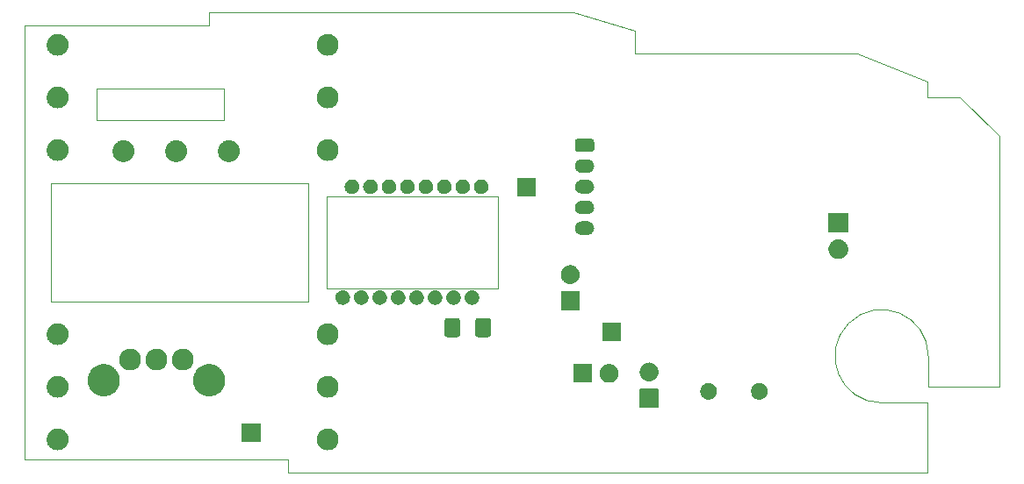
<source format=gbr>
G04 #@! TF.GenerationSoftware,KiCad,Pcbnew,5.99.0-unknown-072ea9a~86~ubuntu18.04.1*
G04 #@! TF.CreationDate,2019-09-18T00:12:09+01:00*
G04 #@! TF.ProjectId,mouse8,6d6f7573-6538-42e6-9b69-6361645f7063,rev?*
G04 #@! TF.SameCoordinates,Original*
G04 #@! TF.FileFunction,Soldermask,Bot*
G04 #@! TF.FilePolarity,Negative*
%FSLAX46Y46*%
G04 Gerber Fmt 4.6, Leading zero omitted, Abs format (unit mm)*
G04 Created by KiCad (PCBNEW 5.99.0-unknown-072ea9a~86~ubuntu18.04.1) date 2019-09-18 00:12:09*
%MOMM*%
%LPD*%
G04 APERTURE LIST*
%ADD10C,0.050000*%
%ADD11C,0.100000*%
G04 APERTURE END LIST*
D10*
X205350000Y-63500000D02*
X170180000Y-63500000D01*
X211275000Y-65275000D02*
X205350000Y-63500000D01*
X211275000Y-65275000D02*
X211275000Y-67525000D01*
X242600000Y-71750000D02*
X246375000Y-75450000D01*
X239395000Y-71755000D02*
X242600000Y-71750000D01*
X239400000Y-70200000D02*
X239395000Y-71755000D01*
X232675000Y-67525000D02*
X239400000Y-70200000D01*
X211275000Y-67525000D02*
X232675000Y-67525000D01*
X239395000Y-107950000D02*
X177800000Y-107950000D01*
X246375000Y-75450000D02*
X246380000Y-99695000D01*
X239525000Y-99675000D02*
X246380000Y-99695000D01*
X239400000Y-101250000D02*
X239395000Y-107950000D01*
X239525000Y-96750000D02*
X239525000Y-99675000D01*
X235025000Y-101250000D02*
X239400000Y-101250000D01*
X235025000Y-101250000D02*
G75*
G02X239525000Y-96750000I0J4500000D01*
G01*
X159308800Y-70916800D02*
X159308800Y-73914000D01*
X171653200Y-70916800D02*
X159308800Y-70916800D01*
X171653200Y-73914000D02*
X171653200Y-70916800D01*
X159308800Y-73914000D02*
X171653200Y-73914000D01*
X154940000Y-80010000D02*
X179705000Y-80010000D01*
X181483000Y-90170000D02*
X181483000Y-81280000D01*
X197993000Y-90170000D02*
X181483000Y-90170000D01*
X197993000Y-81280000D02*
X197993000Y-90170000D01*
X181483000Y-81280000D02*
X197993000Y-81280000D01*
X177800000Y-106680000D02*
X177800000Y-107950000D01*
X152400000Y-106680000D02*
X177800000Y-106680000D01*
X170180000Y-64770000D02*
X152400000Y-64770000D01*
X170180000Y-63500000D02*
X170180000Y-64770000D01*
X154940000Y-91440000D02*
X154940000Y-90805000D01*
X179705000Y-91440000D02*
X179705000Y-90805000D01*
X179705000Y-80010000D02*
X179705000Y-90805000D01*
X154940000Y-90805000D02*
X154940000Y-80010000D01*
X179705000Y-91440000D02*
X154940000Y-91440000D01*
X152400000Y-106680000D02*
X152400000Y-64770000D01*
D11*
G36*
X181669591Y-103724345D02*
G01*
X181720391Y-103724700D01*
X181771051Y-103735099D01*
X181816828Y-103739951D01*
X181866287Y-103754648D01*
X181922293Y-103766145D01*
X181964069Y-103783706D01*
X182001981Y-103794972D01*
X182053722Y-103821392D01*
X182112300Y-103846016D01*
X182144564Y-103867779D01*
X182174015Y-103882817D01*
X182225254Y-103922205D01*
X182283174Y-103961273D01*
X182306070Y-103984330D01*
X182327158Y-104000540D01*
X182374764Y-104053504D01*
X182428407Y-104107523D01*
X182442831Y-104129233D01*
X182456284Y-104144200D01*
X182496922Y-104210646D01*
X182542468Y-104279198D01*
X182549950Y-104297350D01*
X182557065Y-104308984D01*
X182587378Y-104388158D01*
X182621011Y-104469758D01*
X182623572Y-104482693D01*
X182626132Y-104489379D01*
X182642931Y-104580461D01*
X182661045Y-104671944D01*
X182657757Y-104907363D01*
X182654234Y-104922869D01*
X182654069Y-104928973D01*
X182632745Y-105017453D01*
X182612094Y-105108352D01*
X182609358Y-105114497D01*
X182609199Y-105115157D01*
X182551914Y-105243518D01*
X182528261Y-105296645D01*
X182474257Y-105373200D01*
X182420932Y-105450643D01*
X182416520Y-105455048D01*
X182409451Y-105465068D01*
X182344969Y-105526474D01*
X182284227Y-105587109D01*
X182273742Y-105594302D01*
X182260191Y-105607206D01*
X182189960Y-105651776D01*
X182124942Y-105696378D01*
X182107400Y-105704170D01*
X182086165Y-105717646D01*
X182014347Y-105745503D01*
X181948410Y-105774791D01*
X181923446Y-105780761D01*
X181894002Y-105792182D01*
X181824304Y-105804471D01*
X181760543Y-105819720D01*
X181728438Y-105821375D01*
X181691022Y-105827972D01*
X181626608Y-105826623D01*
X181567641Y-105829662D01*
X181529342Y-105824586D01*
X181484955Y-105823656D01*
X181428223Y-105811183D01*
X181376152Y-105804281D01*
X181333267Y-105790306D01*
X181283652Y-105779397D01*
X181236265Y-105758694D01*
X181192498Y-105744431D01*
X181147176Y-105719772D01*
X181094779Y-105696880D01*
X181057565Y-105671016D01*
X181022825Y-105652114D01*
X180977703Y-105615510D01*
X180925530Y-105579249D01*
X180898502Y-105551260D01*
X180872814Y-105530422D01*
X180830877Y-105481233D01*
X180782353Y-105430985D01*
X180764751Y-105403672D01*
X180747495Y-105383432D01*
X180711942Y-105321728D01*
X180670701Y-105257734D01*
X180661105Y-105233498D01*
X180651060Y-105216064D01*
X180625127Y-105142628D01*
X180594826Y-105066096D01*
X180591282Y-105046785D01*
X180586739Y-105033921D01*
X180573546Y-104950152D01*
X180557619Y-104863371D01*
X180557803Y-104850188D01*
X180556689Y-104843114D01*
X180559196Y-104750460D01*
X180560497Y-104657279D01*
X180561895Y-104650703D01*
X180561913Y-104650026D01*
X180591406Y-104511863D01*
X180603350Y-104455672D01*
X180640226Y-104369635D01*
X180676315Y-104282722D01*
X180679718Y-104277492D01*
X180684546Y-104266227D01*
X180734828Y-104192791D01*
X180781658Y-104120818D01*
X180790423Y-104111598D01*
X180800992Y-104096162D01*
X180860409Y-104037977D01*
X180914745Y-103980818D01*
X180930286Y-103969547D01*
X180948253Y-103951953D01*
X181012701Y-103909780D01*
X181071118Y-103867415D01*
X181094301Y-103856382D01*
X181120720Y-103839094D01*
X181186316Y-103812591D01*
X181245532Y-103784410D01*
X181276596Y-103776116D01*
X181311823Y-103761883D01*
X181375128Y-103749807D01*
X181432159Y-103734579D01*
X181470663Y-103731582D01*
X181514284Y-103723261D01*
X181572370Y-103723667D01*
X181624735Y-103719591D01*
X181669591Y-103724345D01*
X181669591Y-103724345D01*
G37*
G36*
X155634591Y-103724345D02*
G01*
X155685391Y-103724700D01*
X155736051Y-103735099D01*
X155781828Y-103739951D01*
X155831287Y-103754648D01*
X155887293Y-103766145D01*
X155929069Y-103783706D01*
X155966981Y-103794972D01*
X156018722Y-103821392D01*
X156077300Y-103846016D01*
X156109564Y-103867779D01*
X156139015Y-103882817D01*
X156190254Y-103922205D01*
X156248174Y-103961273D01*
X156271070Y-103984330D01*
X156292158Y-104000540D01*
X156339764Y-104053504D01*
X156393407Y-104107523D01*
X156407831Y-104129233D01*
X156421284Y-104144200D01*
X156461922Y-104210646D01*
X156507468Y-104279198D01*
X156514950Y-104297350D01*
X156522065Y-104308984D01*
X156552378Y-104388158D01*
X156586011Y-104469758D01*
X156588572Y-104482693D01*
X156591132Y-104489379D01*
X156607931Y-104580461D01*
X156626045Y-104671944D01*
X156622757Y-104907363D01*
X156619234Y-104922869D01*
X156619069Y-104928973D01*
X156597745Y-105017453D01*
X156577094Y-105108352D01*
X156574358Y-105114497D01*
X156574199Y-105115157D01*
X156516914Y-105243518D01*
X156493261Y-105296645D01*
X156439257Y-105373200D01*
X156385932Y-105450643D01*
X156381520Y-105455048D01*
X156374451Y-105465068D01*
X156309969Y-105526474D01*
X156249227Y-105587109D01*
X156238742Y-105594302D01*
X156225191Y-105607206D01*
X156154960Y-105651776D01*
X156089942Y-105696378D01*
X156072400Y-105704170D01*
X156051165Y-105717646D01*
X155979347Y-105745503D01*
X155913410Y-105774791D01*
X155888446Y-105780761D01*
X155859002Y-105792182D01*
X155789304Y-105804471D01*
X155725543Y-105819720D01*
X155693438Y-105821375D01*
X155656022Y-105827972D01*
X155591608Y-105826623D01*
X155532641Y-105829662D01*
X155494342Y-105824586D01*
X155449955Y-105823656D01*
X155393223Y-105811183D01*
X155341152Y-105804281D01*
X155298267Y-105790306D01*
X155248652Y-105779397D01*
X155201265Y-105758694D01*
X155157498Y-105744431D01*
X155112176Y-105719772D01*
X155059779Y-105696880D01*
X155022565Y-105671016D01*
X154987825Y-105652114D01*
X154942703Y-105615510D01*
X154890530Y-105579249D01*
X154863502Y-105551260D01*
X154837814Y-105530422D01*
X154795877Y-105481233D01*
X154747353Y-105430985D01*
X154729751Y-105403672D01*
X154712495Y-105383432D01*
X154676942Y-105321728D01*
X154635701Y-105257734D01*
X154626105Y-105233498D01*
X154616060Y-105216064D01*
X154590127Y-105142628D01*
X154559826Y-105066096D01*
X154556282Y-105046785D01*
X154551739Y-105033921D01*
X154538546Y-104950152D01*
X154522619Y-104863371D01*
X154522803Y-104850188D01*
X154521689Y-104843114D01*
X154524196Y-104750460D01*
X154525497Y-104657279D01*
X154526895Y-104650703D01*
X154526913Y-104650026D01*
X154556406Y-104511863D01*
X154568350Y-104455672D01*
X154605226Y-104369635D01*
X154641315Y-104282722D01*
X154644718Y-104277492D01*
X154649546Y-104266227D01*
X154699828Y-104192791D01*
X154746658Y-104120818D01*
X154755423Y-104111598D01*
X154765992Y-104096162D01*
X154825409Y-104037977D01*
X154879745Y-103980818D01*
X154895286Y-103969547D01*
X154913253Y-103951953D01*
X154977701Y-103909780D01*
X155036118Y-103867415D01*
X155059301Y-103856382D01*
X155085720Y-103839094D01*
X155151316Y-103812591D01*
X155210532Y-103784410D01*
X155241596Y-103776116D01*
X155276823Y-103761883D01*
X155340128Y-103749807D01*
X155397159Y-103734579D01*
X155435663Y-103731582D01*
X155479284Y-103723261D01*
X155537370Y-103723667D01*
X155589735Y-103719591D01*
X155634591Y-103724345D01*
X155634591Y-103724345D01*
G37*
G36*
X175113899Y-103241959D02*
G01*
X175130769Y-103253231D01*
X175142041Y-103270101D01*
X175148448Y-103302312D01*
X175148448Y-104977688D01*
X175145999Y-104990000D01*
X175142041Y-105009899D01*
X175130769Y-105026769D01*
X175113899Y-105038041D01*
X175094000Y-105041999D01*
X175081688Y-105044448D01*
X173406312Y-105044448D01*
X173374101Y-105038041D01*
X173357231Y-105026769D01*
X173345959Y-105009899D01*
X173339552Y-104977688D01*
X173339552Y-103302312D01*
X173345959Y-103270101D01*
X173357231Y-103253231D01*
X173374101Y-103241959D01*
X173406312Y-103235552D01*
X175081688Y-103235552D01*
X175113899Y-103241959D01*
X175113899Y-103241959D01*
G37*
G36*
X213469899Y-99901959D02*
G01*
X213486769Y-99913231D01*
X213498041Y-99930101D01*
X213504448Y-99962312D01*
X213504448Y-101637688D01*
X213501999Y-101650000D01*
X213498041Y-101669899D01*
X213486769Y-101686769D01*
X213469899Y-101698041D01*
X213450000Y-101701999D01*
X213437688Y-101704448D01*
X211762312Y-101704448D01*
X211730101Y-101698041D01*
X211713231Y-101686769D01*
X211701959Y-101669899D01*
X211695552Y-101637688D01*
X211695552Y-99962312D01*
X211701959Y-99930101D01*
X211713231Y-99913231D01*
X211730101Y-99901959D01*
X211762312Y-99895552D01*
X213437688Y-99895552D01*
X213469899Y-99901959D01*
X213469899Y-99901959D01*
G37*
G36*
X218388308Y-99331245D02*
G01*
X218439442Y-99331602D01*
X218478208Y-99340695D01*
X218511453Y-99344189D01*
X218559075Y-99359662D01*
X218614397Y-99372638D01*
X218645102Y-99387614D01*
X218671593Y-99396221D01*
X218719718Y-99424006D01*
X218775913Y-99451414D01*
X218798132Y-99469278D01*
X218817407Y-99480407D01*
X218862743Y-99521227D01*
X218915962Y-99564017D01*
X218930159Y-99581929D01*
X218942539Y-99593076D01*
X218981535Y-99646749D01*
X219027584Y-99704849D01*
X219035015Y-99720360D01*
X219041506Y-99729293D01*
X219070540Y-99794504D01*
X219105232Y-99866911D01*
X219107789Y-99878167D01*
X219109991Y-99883112D01*
X219125645Y-99956759D01*
X219145045Y-100042148D01*
X219144968Y-100047667D01*
X219144999Y-100047813D01*
X219144999Y-100216187D01*
X219142446Y-100228197D01*
X219142223Y-100244183D01*
X219123781Y-100316008D01*
X219109991Y-100380888D01*
X219103217Y-100396103D01*
X219097533Y-100418240D01*
X219066321Y-100478972D01*
X219041506Y-100534707D01*
X219028422Y-100552716D01*
X219015391Y-100578071D01*
X218975205Y-100625963D01*
X218942539Y-100670924D01*
X218921839Y-100689563D01*
X218899880Y-100715732D01*
X218854622Y-100750085D01*
X218817407Y-100783593D01*
X218788451Y-100800311D01*
X218756741Y-100824380D01*
X218710177Y-100845502D01*
X218671593Y-100867779D01*
X218634500Y-100879831D01*
X218593089Y-100898616D01*
X218548541Y-100907761D01*
X218511453Y-100919811D01*
X218467153Y-100924467D01*
X218417056Y-100934751D01*
X218377250Y-100933917D01*
X218344000Y-100937412D01*
X218294196Y-100932177D01*
X218237392Y-100930987D01*
X218204244Y-100922722D01*
X218176547Y-100919811D01*
X218123704Y-100902641D01*
X218063027Y-100887513D01*
X218037578Y-100874658D01*
X218016407Y-100867779D01*
X217963572Y-100837274D01*
X217902627Y-100806489D01*
X217885017Y-100791921D01*
X217870593Y-100783593D01*
X217821302Y-100739211D01*
X217764163Y-100691942D01*
X217753667Y-100678313D01*
X217745461Y-100670924D01*
X217703501Y-100613171D01*
X217654518Y-100549565D01*
X217649677Y-100539088D01*
X217646494Y-100534707D01*
X217615854Y-100465890D01*
X217579141Y-100386435D01*
X217541779Y-100210658D01*
X217543001Y-100123143D01*
X217543001Y-100047813D01*
X217544127Y-100042516D01*
X217544288Y-100030973D01*
X217563170Y-99952926D01*
X217578009Y-99883112D01*
X217582500Y-99873026D01*
X217586544Y-99856309D01*
X217619514Y-99789891D01*
X217646494Y-99729293D01*
X217656283Y-99715820D01*
X217666446Y-99695346D01*
X217709604Y-99642430D01*
X217745461Y-99593076D01*
X217762004Y-99578181D01*
X217780024Y-99556086D01*
X217829298Y-99517589D01*
X217870593Y-99480407D01*
X217894713Y-99466481D01*
X217921632Y-99445450D01*
X217973039Y-99421260D01*
X218016407Y-99396221D01*
X218048203Y-99385890D01*
X218084232Y-99368936D01*
X218134183Y-99357954D01*
X218176547Y-99344189D01*
X218215331Y-99340112D01*
X218259743Y-99330348D01*
X218305209Y-99330665D01*
X218344000Y-99326588D01*
X218388308Y-99331245D01*
X218388308Y-99331245D01*
G37*
G36*
X223268308Y-99331245D02*
G01*
X223319442Y-99331602D01*
X223358208Y-99340695D01*
X223391453Y-99344189D01*
X223439075Y-99359662D01*
X223494397Y-99372638D01*
X223525102Y-99387614D01*
X223551593Y-99396221D01*
X223599718Y-99424006D01*
X223655913Y-99451414D01*
X223678132Y-99469278D01*
X223697407Y-99480407D01*
X223742743Y-99521227D01*
X223795962Y-99564017D01*
X223810159Y-99581929D01*
X223822539Y-99593076D01*
X223861535Y-99646749D01*
X223907584Y-99704849D01*
X223915015Y-99720360D01*
X223921506Y-99729293D01*
X223950540Y-99794504D01*
X223985232Y-99866911D01*
X223987789Y-99878167D01*
X223989991Y-99883112D01*
X224005645Y-99956759D01*
X224025045Y-100042148D01*
X224024968Y-100047667D01*
X224024999Y-100047813D01*
X224024999Y-100216187D01*
X224022446Y-100228197D01*
X224022223Y-100244183D01*
X224003781Y-100316008D01*
X223989991Y-100380888D01*
X223983217Y-100396103D01*
X223977533Y-100418240D01*
X223946321Y-100478972D01*
X223921506Y-100534707D01*
X223908422Y-100552716D01*
X223895391Y-100578071D01*
X223855205Y-100625963D01*
X223822539Y-100670924D01*
X223801839Y-100689563D01*
X223779880Y-100715732D01*
X223734622Y-100750085D01*
X223697407Y-100783593D01*
X223668451Y-100800311D01*
X223636741Y-100824380D01*
X223590177Y-100845502D01*
X223551593Y-100867779D01*
X223514500Y-100879831D01*
X223473089Y-100898616D01*
X223428541Y-100907761D01*
X223391453Y-100919811D01*
X223347153Y-100924467D01*
X223297056Y-100934751D01*
X223257250Y-100933917D01*
X223224000Y-100937412D01*
X223174196Y-100932177D01*
X223117392Y-100930987D01*
X223084244Y-100922722D01*
X223056547Y-100919811D01*
X223003704Y-100902641D01*
X222943027Y-100887513D01*
X222917578Y-100874658D01*
X222896407Y-100867779D01*
X222843572Y-100837274D01*
X222782627Y-100806489D01*
X222765017Y-100791921D01*
X222750593Y-100783593D01*
X222701302Y-100739211D01*
X222644163Y-100691942D01*
X222633667Y-100678313D01*
X222625461Y-100670924D01*
X222583501Y-100613171D01*
X222534518Y-100549565D01*
X222529677Y-100539088D01*
X222526494Y-100534707D01*
X222495854Y-100465890D01*
X222459141Y-100386435D01*
X222421779Y-100210658D01*
X222423001Y-100123143D01*
X222423001Y-100047813D01*
X222424127Y-100042516D01*
X222424288Y-100030973D01*
X222443170Y-99952926D01*
X222458009Y-99883112D01*
X222462500Y-99873026D01*
X222466544Y-99856309D01*
X222499514Y-99789891D01*
X222526494Y-99729293D01*
X222536283Y-99715820D01*
X222546446Y-99695346D01*
X222589604Y-99642430D01*
X222625461Y-99593076D01*
X222642004Y-99578181D01*
X222660024Y-99556086D01*
X222709298Y-99517589D01*
X222750593Y-99480407D01*
X222774713Y-99466481D01*
X222801632Y-99445450D01*
X222853039Y-99421260D01*
X222896407Y-99396221D01*
X222928203Y-99385890D01*
X222964232Y-99368936D01*
X223014183Y-99357954D01*
X223056547Y-99344189D01*
X223095331Y-99340112D01*
X223139743Y-99330348D01*
X223185209Y-99330665D01*
X223224000Y-99326588D01*
X223268308Y-99331245D01*
X223268308Y-99331245D01*
G37*
G36*
X181669591Y-98644345D02*
G01*
X181720391Y-98644700D01*
X181771051Y-98655099D01*
X181816828Y-98659951D01*
X181866287Y-98674648D01*
X181922293Y-98686145D01*
X181964069Y-98703706D01*
X182001981Y-98714972D01*
X182053722Y-98741392D01*
X182112300Y-98766016D01*
X182144564Y-98787779D01*
X182174015Y-98802817D01*
X182225254Y-98842205D01*
X182283174Y-98881273D01*
X182306070Y-98904330D01*
X182327158Y-98920540D01*
X182374764Y-98973504D01*
X182428407Y-99027523D01*
X182442831Y-99049233D01*
X182456284Y-99064200D01*
X182496922Y-99130646D01*
X182542468Y-99199198D01*
X182549950Y-99217350D01*
X182557065Y-99228984D01*
X182587378Y-99308158D01*
X182621011Y-99389758D01*
X182623572Y-99402693D01*
X182626132Y-99409379D01*
X182642931Y-99500461D01*
X182661045Y-99591944D01*
X182657757Y-99827363D01*
X182654234Y-99842869D01*
X182654069Y-99848973D01*
X182632745Y-99937453D01*
X182612094Y-100028352D01*
X182609358Y-100034497D01*
X182609199Y-100035157D01*
X182551914Y-100163518D01*
X182528261Y-100216645D01*
X182474257Y-100293200D01*
X182420932Y-100370643D01*
X182416520Y-100375048D01*
X182409451Y-100385068D01*
X182344969Y-100446474D01*
X182284227Y-100507109D01*
X182273742Y-100514302D01*
X182260191Y-100527206D01*
X182189960Y-100571776D01*
X182124942Y-100616378D01*
X182107400Y-100624170D01*
X182086165Y-100637646D01*
X182014347Y-100665503D01*
X181948410Y-100694791D01*
X181923446Y-100700761D01*
X181894002Y-100712182D01*
X181824304Y-100724471D01*
X181760543Y-100739720D01*
X181728438Y-100741375D01*
X181691022Y-100747972D01*
X181626608Y-100746623D01*
X181567641Y-100749662D01*
X181529342Y-100744586D01*
X181484955Y-100743656D01*
X181428223Y-100731183D01*
X181376152Y-100724281D01*
X181333267Y-100710306D01*
X181283652Y-100699397D01*
X181236265Y-100678694D01*
X181192498Y-100664431D01*
X181147176Y-100639772D01*
X181094779Y-100616880D01*
X181057565Y-100591016D01*
X181022825Y-100572114D01*
X180977703Y-100535510D01*
X180925530Y-100499249D01*
X180898502Y-100471260D01*
X180872814Y-100450422D01*
X180830877Y-100401233D01*
X180782353Y-100350985D01*
X180764751Y-100323672D01*
X180747495Y-100303432D01*
X180711942Y-100241728D01*
X180670701Y-100177734D01*
X180661105Y-100153498D01*
X180651060Y-100136064D01*
X180625127Y-100062628D01*
X180594826Y-99986096D01*
X180591282Y-99966785D01*
X180586739Y-99953921D01*
X180573546Y-99870152D01*
X180557619Y-99783371D01*
X180557803Y-99770188D01*
X180556689Y-99763114D01*
X180559196Y-99670460D01*
X180560497Y-99577279D01*
X180561895Y-99570703D01*
X180561913Y-99570026D01*
X180591406Y-99431863D01*
X180603350Y-99375672D01*
X180640226Y-99289635D01*
X180676315Y-99202722D01*
X180679718Y-99197492D01*
X180684546Y-99186227D01*
X180734828Y-99112791D01*
X180781658Y-99040818D01*
X180790423Y-99031598D01*
X180800992Y-99016162D01*
X180860409Y-98957977D01*
X180914745Y-98900818D01*
X180930286Y-98889547D01*
X180948253Y-98871953D01*
X181012701Y-98829780D01*
X181071118Y-98787415D01*
X181094301Y-98776382D01*
X181120720Y-98759094D01*
X181186316Y-98732591D01*
X181245532Y-98704410D01*
X181276596Y-98696116D01*
X181311823Y-98681883D01*
X181375128Y-98669807D01*
X181432159Y-98654579D01*
X181470663Y-98651582D01*
X181514284Y-98643261D01*
X181572370Y-98643667D01*
X181624735Y-98639591D01*
X181669591Y-98644345D01*
X181669591Y-98644345D01*
G37*
G36*
X155634591Y-98644345D02*
G01*
X155685391Y-98644700D01*
X155736051Y-98655099D01*
X155781828Y-98659951D01*
X155831287Y-98674648D01*
X155887293Y-98686145D01*
X155929069Y-98703706D01*
X155966981Y-98714972D01*
X156018722Y-98741392D01*
X156077300Y-98766016D01*
X156109564Y-98787779D01*
X156139015Y-98802817D01*
X156190254Y-98842205D01*
X156248174Y-98881273D01*
X156271070Y-98904330D01*
X156292158Y-98920540D01*
X156339764Y-98973504D01*
X156393407Y-99027523D01*
X156407831Y-99049233D01*
X156421284Y-99064200D01*
X156461922Y-99130646D01*
X156507468Y-99199198D01*
X156514950Y-99217350D01*
X156522065Y-99228984D01*
X156552378Y-99308158D01*
X156586011Y-99389758D01*
X156588572Y-99402693D01*
X156591132Y-99409379D01*
X156607931Y-99500461D01*
X156626045Y-99591944D01*
X156622757Y-99827363D01*
X156619234Y-99842869D01*
X156619069Y-99848973D01*
X156597745Y-99937453D01*
X156577094Y-100028352D01*
X156574358Y-100034497D01*
X156574199Y-100035157D01*
X156516914Y-100163518D01*
X156493261Y-100216645D01*
X156439257Y-100293200D01*
X156385932Y-100370643D01*
X156381520Y-100375048D01*
X156374451Y-100385068D01*
X156309969Y-100446474D01*
X156249227Y-100507109D01*
X156238742Y-100514302D01*
X156225191Y-100527206D01*
X156154960Y-100571776D01*
X156089942Y-100616378D01*
X156072400Y-100624170D01*
X156051165Y-100637646D01*
X155979347Y-100665503D01*
X155913410Y-100694791D01*
X155888446Y-100700761D01*
X155859002Y-100712182D01*
X155789304Y-100724471D01*
X155725543Y-100739720D01*
X155693438Y-100741375D01*
X155656022Y-100747972D01*
X155591608Y-100746623D01*
X155532641Y-100749662D01*
X155494342Y-100744586D01*
X155449955Y-100743656D01*
X155393223Y-100731183D01*
X155341152Y-100724281D01*
X155298267Y-100710306D01*
X155248652Y-100699397D01*
X155201265Y-100678694D01*
X155157498Y-100664431D01*
X155112176Y-100639772D01*
X155059779Y-100616880D01*
X155022565Y-100591016D01*
X154987825Y-100572114D01*
X154942703Y-100535510D01*
X154890530Y-100499249D01*
X154863502Y-100471260D01*
X154837814Y-100450422D01*
X154795877Y-100401233D01*
X154747353Y-100350985D01*
X154729751Y-100323672D01*
X154712495Y-100303432D01*
X154676942Y-100241728D01*
X154635701Y-100177734D01*
X154626105Y-100153498D01*
X154616060Y-100136064D01*
X154590127Y-100062628D01*
X154559826Y-99986096D01*
X154556282Y-99966785D01*
X154551739Y-99953921D01*
X154538546Y-99870152D01*
X154522619Y-99783371D01*
X154522803Y-99770188D01*
X154521689Y-99763114D01*
X154524196Y-99670460D01*
X154525497Y-99577279D01*
X154526895Y-99570703D01*
X154526913Y-99570026D01*
X154556406Y-99431863D01*
X154568350Y-99375672D01*
X154605226Y-99289635D01*
X154641315Y-99202722D01*
X154644718Y-99197492D01*
X154649546Y-99186227D01*
X154699828Y-99112791D01*
X154746658Y-99040818D01*
X154755423Y-99031598D01*
X154765992Y-99016162D01*
X154825409Y-98957977D01*
X154879745Y-98900818D01*
X154895286Y-98889547D01*
X154913253Y-98871953D01*
X154977701Y-98829780D01*
X155036118Y-98787415D01*
X155059301Y-98776382D01*
X155085720Y-98759094D01*
X155151316Y-98732591D01*
X155210532Y-98704410D01*
X155241596Y-98696116D01*
X155276823Y-98681883D01*
X155340128Y-98669807D01*
X155397159Y-98654579D01*
X155435663Y-98651582D01*
X155479284Y-98643261D01*
X155537370Y-98643667D01*
X155589735Y-98639591D01*
X155634591Y-98644345D01*
X155634591Y-98644345D01*
G37*
G36*
X170194870Y-97507503D02*
G01*
X170250587Y-97505557D01*
X170317861Y-97514056D01*
X170380350Y-97517385D01*
X170436239Y-97529010D01*
X170498205Y-97536838D01*
X170556838Y-97554095D01*
X170611387Y-97565441D01*
X170671309Y-97587785D01*
X170737637Y-97607307D01*
X170786700Y-97630814D01*
X170832485Y-97647887D01*
X170894355Y-97682394D01*
X170962722Y-97715150D01*
X171001870Y-97742359D01*
X171038580Y-97762833D01*
X171099992Y-97810555D01*
X171167669Y-97857592D01*
X171197117Y-97886029D01*
X171224905Y-97907623D01*
X171283181Y-97969140D01*
X171347207Y-98030969D01*
X171367690Y-98058349D01*
X171387196Y-98078940D01*
X171439539Y-98154391D01*
X171496715Y-98230821D01*
X171509424Y-98255130D01*
X171521703Y-98272831D01*
X171565241Y-98361900D01*
X171612347Y-98452005D01*
X171618868Y-98471606D01*
X171625330Y-98484827D01*
X171657204Y-98586849D01*
X171691129Y-98688831D01*
X171693351Y-98702547D01*
X171695703Y-98710077D01*
X171713218Y-98825216D01*
X171731033Y-98935207D01*
X171728079Y-99217248D01*
X171721707Y-99251966D01*
X171721166Y-99270197D01*
X171701162Y-99363910D01*
X171683024Y-99462734D01*
X171675639Y-99483474D01*
X171672281Y-99499204D01*
X171634978Y-99597664D01*
X171599300Y-99697859D01*
X171591956Y-99711218D01*
X171588676Y-99719875D01*
X171532486Y-99819393D01*
X171479061Y-99916573D01*
X171473852Y-99923240D01*
X171472659Y-99925353D01*
X171387525Y-100033734D01*
X171325400Y-100113249D01*
X171244204Y-100188438D01*
X171154728Y-100272314D01*
X171150477Y-100275230D01*
X171142271Y-100282829D01*
X171051065Y-100343426D01*
X170960132Y-100405806D01*
X170949346Y-100411009D01*
X170934386Y-100420948D01*
X170839597Y-100463946D01*
X170747593Y-100508324D01*
X170729603Y-100513841D01*
X170707091Y-100524053D01*
X170612529Y-100549745D01*
X170521988Y-100577512D01*
X170496633Y-100581234D01*
X170466237Y-100589492D01*
X170375124Y-100599068D01*
X170288513Y-100611781D01*
X170256058Y-100611583D01*
X170218018Y-100615581D01*
X170133077Y-100610832D01*
X170052537Y-100610340D01*
X170013732Y-100604159D01*
X169968820Y-100601648D01*
X169892188Y-100584799D01*
X169819503Y-100573222D01*
X169775572Y-100559160D01*
X169725056Y-100548053D01*
X169658282Y-100521615D01*
X169594751Y-100501279D01*
X169547318Y-100477681D01*
X169492997Y-100456174D01*
X169437052Y-100422824D01*
X169383481Y-100396173D01*
X169334562Y-100361729D01*
X169278612Y-100328376D01*
X169233850Y-100290816D01*
X169190537Y-100260319D01*
X169142434Y-100214109D01*
X169087418Y-100167945D01*
X169053622Y-100128792D01*
X169020359Y-100096838D01*
X168975609Y-100038413D01*
X168924333Y-99979009D01*
X168900758Y-99940688D01*
X168876869Y-99909499D01*
X168838132Y-99838891D01*
X168793554Y-99766430D01*
X168778980Y-99731071D01*
X168763367Y-99702612D01*
X168733347Y-99620357D01*
X168698444Y-99535676D01*
X168691254Y-99505023D01*
X168682464Y-99480937D01*
X168663818Y-99388049D01*
X168641451Y-99292684D01*
X168639727Y-99268029D01*
X168636023Y-99249577D01*
X168631300Y-99147527D01*
X168624040Y-99043705D01*
X168625668Y-99025820D01*
X168625114Y-99013855D01*
X168636738Y-98904177D01*
X168646661Y-98795146D01*
X168649442Y-98784316D01*
X168649985Y-98779190D01*
X168681189Y-98660668D01*
X168708731Y-98553401D01*
X168749091Y-98461021D01*
X168803971Y-98334502D01*
X168805264Y-98332445D01*
X168808652Y-98324690D01*
X168868740Y-98231452D01*
X168929542Y-98134713D01*
X168935595Y-98127713D01*
X168943855Y-98114896D01*
X169015058Y-98035817D01*
X169083893Y-97956212D01*
X169096124Y-97945785D01*
X169110861Y-97929417D01*
X169189191Y-97866438D01*
X169263465Y-97803114D01*
X169282935Y-97791065D01*
X169305373Y-97773025D01*
X169387267Y-97726503D01*
X169464129Y-97678939D01*
X169491484Y-97667299D01*
X169522387Y-97649744D01*
X169604567Y-97619182D01*
X169681259Y-97586549D01*
X169716685Y-97577486D01*
X169756320Y-97562746D01*
X169835882Y-97546992D01*
X169909877Y-97528062D01*
X169953059Y-97523790D01*
X170001153Y-97514267D01*
X170075594Y-97511668D01*
X170144709Y-97504830D01*
X170194870Y-97507503D01*
X170194870Y-97507503D01*
G37*
G36*
X160034870Y-97507503D02*
G01*
X160090587Y-97505557D01*
X160157861Y-97514056D01*
X160220350Y-97517385D01*
X160276239Y-97529010D01*
X160338205Y-97536838D01*
X160396838Y-97554095D01*
X160451387Y-97565441D01*
X160511309Y-97587785D01*
X160577637Y-97607307D01*
X160626700Y-97630814D01*
X160672485Y-97647887D01*
X160734355Y-97682394D01*
X160802722Y-97715150D01*
X160841870Y-97742359D01*
X160878580Y-97762833D01*
X160939992Y-97810555D01*
X161007669Y-97857592D01*
X161037117Y-97886029D01*
X161064905Y-97907623D01*
X161123181Y-97969140D01*
X161187207Y-98030969D01*
X161207690Y-98058349D01*
X161227196Y-98078940D01*
X161279539Y-98154391D01*
X161336715Y-98230821D01*
X161349424Y-98255130D01*
X161361703Y-98272831D01*
X161405241Y-98361900D01*
X161452347Y-98452005D01*
X161458868Y-98471606D01*
X161465330Y-98484827D01*
X161497204Y-98586849D01*
X161531129Y-98688831D01*
X161533351Y-98702547D01*
X161535703Y-98710077D01*
X161553218Y-98825216D01*
X161571033Y-98935207D01*
X161568079Y-99217248D01*
X161561707Y-99251966D01*
X161561166Y-99270197D01*
X161541162Y-99363910D01*
X161523024Y-99462734D01*
X161515639Y-99483474D01*
X161512281Y-99499204D01*
X161474978Y-99597664D01*
X161439300Y-99697859D01*
X161431956Y-99711218D01*
X161428676Y-99719875D01*
X161372486Y-99819393D01*
X161319061Y-99916573D01*
X161313852Y-99923240D01*
X161312659Y-99925353D01*
X161227525Y-100033734D01*
X161165400Y-100113249D01*
X161084204Y-100188438D01*
X160994728Y-100272314D01*
X160990477Y-100275230D01*
X160982271Y-100282829D01*
X160891065Y-100343426D01*
X160800132Y-100405806D01*
X160789346Y-100411009D01*
X160774386Y-100420948D01*
X160679597Y-100463946D01*
X160587593Y-100508324D01*
X160569603Y-100513841D01*
X160547091Y-100524053D01*
X160452529Y-100549745D01*
X160361988Y-100577512D01*
X160336633Y-100581234D01*
X160306237Y-100589492D01*
X160215124Y-100599068D01*
X160128513Y-100611781D01*
X160096058Y-100611583D01*
X160058018Y-100615581D01*
X159973077Y-100610832D01*
X159892537Y-100610340D01*
X159853732Y-100604159D01*
X159808820Y-100601648D01*
X159732188Y-100584799D01*
X159659503Y-100573222D01*
X159615572Y-100559160D01*
X159565056Y-100548053D01*
X159498282Y-100521615D01*
X159434751Y-100501279D01*
X159387318Y-100477681D01*
X159332997Y-100456174D01*
X159277052Y-100422824D01*
X159223481Y-100396173D01*
X159174562Y-100361729D01*
X159118612Y-100328376D01*
X159073850Y-100290816D01*
X159030537Y-100260319D01*
X158982434Y-100214109D01*
X158927418Y-100167945D01*
X158893622Y-100128792D01*
X158860359Y-100096838D01*
X158815609Y-100038413D01*
X158764333Y-99979009D01*
X158740758Y-99940688D01*
X158716869Y-99909499D01*
X158678132Y-99838891D01*
X158633554Y-99766430D01*
X158618980Y-99731071D01*
X158603367Y-99702612D01*
X158573347Y-99620357D01*
X158538444Y-99535676D01*
X158531254Y-99505023D01*
X158522464Y-99480937D01*
X158503818Y-99388049D01*
X158481451Y-99292684D01*
X158479727Y-99268029D01*
X158476023Y-99249577D01*
X158471300Y-99147527D01*
X158464040Y-99043705D01*
X158465668Y-99025820D01*
X158465114Y-99013855D01*
X158476738Y-98904177D01*
X158486661Y-98795146D01*
X158489442Y-98784316D01*
X158489985Y-98779190D01*
X158521189Y-98660668D01*
X158548731Y-98553401D01*
X158589091Y-98461021D01*
X158643971Y-98334502D01*
X158645264Y-98332445D01*
X158648652Y-98324690D01*
X158708740Y-98231452D01*
X158769542Y-98134713D01*
X158775595Y-98127713D01*
X158783855Y-98114896D01*
X158855058Y-98035817D01*
X158923893Y-97956212D01*
X158936124Y-97945785D01*
X158950861Y-97929417D01*
X159029191Y-97866438D01*
X159103465Y-97803114D01*
X159122935Y-97791065D01*
X159145373Y-97773025D01*
X159227267Y-97726503D01*
X159304129Y-97678939D01*
X159331484Y-97667299D01*
X159362387Y-97649744D01*
X159444567Y-97619182D01*
X159521259Y-97586549D01*
X159556685Y-97577486D01*
X159596320Y-97562746D01*
X159675882Y-97546992D01*
X159749877Y-97528062D01*
X159793059Y-97523790D01*
X159841153Y-97514267D01*
X159915594Y-97511668D01*
X159984709Y-97504830D01*
X160034870Y-97507503D01*
X160034870Y-97507503D01*
G37*
G36*
X207069899Y-97501959D02*
G01*
X207086769Y-97513231D01*
X207098041Y-97530101D01*
X207104448Y-97562312D01*
X207104448Y-99237688D01*
X207101999Y-99250000D01*
X207098041Y-99269899D01*
X207086769Y-99286769D01*
X207069899Y-99298041D01*
X207050000Y-99301999D01*
X207037688Y-99304448D01*
X205362312Y-99304448D01*
X205330101Y-99298041D01*
X205313231Y-99286769D01*
X205301959Y-99269899D01*
X205295552Y-99237688D01*
X205295552Y-97562312D01*
X205301959Y-97530101D01*
X205313231Y-97513231D01*
X205330101Y-97501959D01*
X205362312Y-97495552D01*
X207037688Y-97495552D01*
X207069899Y-97501959D01*
X207069899Y-97501959D01*
G37*
G36*
X208928360Y-97513835D02*
G01*
X209009397Y-97540166D01*
X209096663Y-97567848D01*
X209099655Y-97569493D01*
X209108488Y-97572363D01*
X209180466Y-97613919D01*
X209251499Y-97652970D01*
X209258986Y-97659253D01*
X209272511Y-97667061D01*
X209330259Y-97719057D01*
X209386857Y-97766549D01*
X209396962Y-97779118D01*
X209413261Y-97793793D01*
X209455454Y-97851867D01*
X209497579Y-97904260D01*
X209507994Y-97924182D01*
X209524586Y-97947019D01*
X209551297Y-98007012D01*
X209579439Y-98060843D01*
X209587582Y-98088510D01*
X209601621Y-98120042D01*
X209613992Y-98178241D01*
X209629328Y-98230349D01*
X209632518Y-98265401D01*
X209640999Y-98305301D01*
X209640999Y-98358592D01*
X209645343Y-98406324D01*
X209640999Y-98447653D01*
X209640999Y-98494699D01*
X209631217Y-98540721D01*
X209626873Y-98582047D01*
X209612702Y-98627827D01*
X209601621Y-98679958D01*
X209585028Y-98717226D01*
X209574622Y-98750843D01*
X209548789Y-98798620D01*
X209524586Y-98852981D01*
X209504298Y-98880905D01*
X209490580Y-98906276D01*
X209451859Y-98953082D01*
X209413261Y-99006207D01*
X209392284Y-99025095D01*
X209377952Y-99042419D01*
X209325845Y-99084917D01*
X209272511Y-99132939D01*
X209253524Y-99143901D01*
X209241025Y-99154095D01*
X209175780Y-99188786D01*
X209108488Y-99227637D01*
X209093636Y-99232463D01*
X209085003Y-99237053D01*
X209007430Y-99260473D01*
X208928360Y-99286165D01*
X208919114Y-99287137D01*
X208915851Y-99288122D01*
X208824710Y-99297059D01*
X208787211Y-99301000D01*
X208692789Y-99301000D01*
X208551640Y-99286165D01*
X208470603Y-99259834D01*
X208383337Y-99232152D01*
X208380345Y-99230507D01*
X208371512Y-99227637D01*
X208299534Y-99186081D01*
X208228501Y-99147030D01*
X208221014Y-99140747D01*
X208207489Y-99132939D01*
X208149741Y-99080943D01*
X208093143Y-99033451D01*
X208083038Y-99020882D01*
X208066739Y-99006207D01*
X208024546Y-98948133D01*
X207982421Y-98895740D01*
X207972006Y-98875818D01*
X207955414Y-98852981D01*
X207928703Y-98792988D01*
X207900561Y-98739157D01*
X207892418Y-98711490D01*
X207878379Y-98679958D01*
X207866008Y-98621759D01*
X207850672Y-98569651D01*
X207847482Y-98534599D01*
X207839001Y-98494699D01*
X207839001Y-98441408D01*
X207834657Y-98393676D01*
X207839001Y-98352347D01*
X207839001Y-98305301D01*
X207848783Y-98259279D01*
X207853127Y-98217953D01*
X207867298Y-98172173D01*
X207878379Y-98120042D01*
X207894972Y-98082774D01*
X207905378Y-98049157D01*
X207931211Y-98001380D01*
X207955414Y-97947019D01*
X207975702Y-97919095D01*
X207989420Y-97893724D01*
X208028141Y-97846918D01*
X208066739Y-97793793D01*
X208087716Y-97774905D01*
X208102048Y-97757581D01*
X208154155Y-97715083D01*
X208207489Y-97667061D01*
X208226476Y-97656099D01*
X208238975Y-97645905D01*
X208304220Y-97611214D01*
X208371512Y-97572363D01*
X208386364Y-97567537D01*
X208394997Y-97562947D01*
X208472570Y-97539527D01*
X208551640Y-97513835D01*
X208560886Y-97512863D01*
X208564149Y-97511878D01*
X208655290Y-97502941D01*
X208692789Y-97499000D01*
X208787211Y-97499000D01*
X208928360Y-97513835D01*
X208928360Y-97513835D01*
G37*
G36*
X212788360Y-97373835D02*
G01*
X212869397Y-97400166D01*
X212956663Y-97427848D01*
X212959655Y-97429493D01*
X212968488Y-97432363D01*
X213040466Y-97473919D01*
X213111499Y-97512970D01*
X213118986Y-97519253D01*
X213132511Y-97527061D01*
X213190259Y-97579057D01*
X213246857Y-97626549D01*
X213256962Y-97639118D01*
X213273261Y-97653793D01*
X213315454Y-97711867D01*
X213357579Y-97764260D01*
X213367994Y-97784182D01*
X213384586Y-97807019D01*
X213411297Y-97867012D01*
X213439439Y-97920843D01*
X213447582Y-97948510D01*
X213461621Y-97980042D01*
X213473992Y-98038241D01*
X213489328Y-98090349D01*
X213492518Y-98125401D01*
X213500999Y-98165301D01*
X213500999Y-98218592D01*
X213505343Y-98266324D01*
X213500999Y-98307653D01*
X213500999Y-98354699D01*
X213491217Y-98400721D01*
X213486873Y-98442047D01*
X213472702Y-98487827D01*
X213461621Y-98539958D01*
X213445028Y-98577226D01*
X213434622Y-98610843D01*
X213408789Y-98658620D01*
X213384586Y-98712981D01*
X213364298Y-98740905D01*
X213350580Y-98766276D01*
X213311859Y-98813082D01*
X213273261Y-98866207D01*
X213252284Y-98885095D01*
X213237952Y-98902419D01*
X213185845Y-98944917D01*
X213132511Y-98992939D01*
X213113524Y-99003901D01*
X213101025Y-99014095D01*
X213035780Y-99048786D01*
X212968488Y-99087637D01*
X212953636Y-99092463D01*
X212945003Y-99097053D01*
X212867430Y-99120473D01*
X212788360Y-99146165D01*
X212779114Y-99147137D01*
X212775851Y-99148122D01*
X212684710Y-99157059D01*
X212647211Y-99161000D01*
X212552789Y-99161000D01*
X212411640Y-99146165D01*
X212330603Y-99119834D01*
X212243337Y-99092152D01*
X212240345Y-99090507D01*
X212231512Y-99087637D01*
X212159534Y-99046081D01*
X212088501Y-99007030D01*
X212081014Y-99000747D01*
X212067489Y-98992939D01*
X212009741Y-98940943D01*
X211953143Y-98893451D01*
X211943038Y-98880882D01*
X211926739Y-98866207D01*
X211884546Y-98808133D01*
X211842421Y-98755740D01*
X211832006Y-98735818D01*
X211815414Y-98712981D01*
X211788703Y-98652988D01*
X211760561Y-98599157D01*
X211752418Y-98571490D01*
X211738379Y-98539958D01*
X211726008Y-98481759D01*
X211710672Y-98429651D01*
X211707482Y-98394599D01*
X211699001Y-98354699D01*
X211699001Y-98301408D01*
X211694657Y-98253676D01*
X211699001Y-98212347D01*
X211699001Y-98165301D01*
X211708783Y-98119279D01*
X211713127Y-98077953D01*
X211727298Y-98032173D01*
X211738379Y-97980042D01*
X211754972Y-97942774D01*
X211765378Y-97909157D01*
X211791211Y-97861380D01*
X211815414Y-97807019D01*
X211835702Y-97779095D01*
X211849420Y-97753724D01*
X211888141Y-97706918D01*
X211926739Y-97653793D01*
X211947716Y-97634905D01*
X211962048Y-97617581D01*
X212014155Y-97575083D01*
X212067489Y-97527061D01*
X212086476Y-97516099D01*
X212098975Y-97505905D01*
X212164220Y-97471214D01*
X212231512Y-97432363D01*
X212246364Y-97427537D01*
X212254997Y-97422947D01*
X212332570Y-97399527D01*
X212411640Y-97373835D01*
X212420886Y-97372863D01*
X212424149Y-97371878D01*
X212515290Y-97362941D01*
X212552789Y-97359000D01*
X212647211Y-97359000D01*
X212788360Y-97373835D01*
X212788360Y-97373835D01*
G37*
G36*
X167699591Y-96009345D02*
G01*
X167750391Y-96009700D01*
X167801051Y-96020099D01*
X167846828Y-96024951D01*
X167896287Y-96039648D01*
X167952293Y-96051145D01*
X167994069Y-96068706D01*
X168031981Y-96079972D01*
X168083722Y-96106392D01*
X168142300Y-96131016D01*
X168174564Y-96152779D01*
X168204015Y-96167817D01*
X168255254Y-96207205D01*
X168313174Y-96246273D01*
X168336070Y-96269330D01*
X168357158Y-96285540D01*
X168404764Y-96338504D01*
X168458407Y-96392523D01*
X168472831Y-96414233D01*
X168486284Y-96429200D01*
X168526922Y-96495646D01*
X168572468Y-96564198D01*
X168579950Y-96582350D01*
X168587065Y-96593984D01*
X168617378Y-96673158D01*
X168651011Y-96754758D01*
X168653572Y-96767693D01*
X168656132Y-96774379D01*
X168672931Y-96865461D01*
X168691045Y-96956944D01*
X168687757Y-97192363D01*
X168684234Y-97207869D01*
X168684069Y-97213973D01*
X168662745Y-97302453D01*
X168642094Y-97393352D01*
X168639358Y-97399497D01*
X168639199Y-97400157D01*
X168582118Y-97528062D01*
X168558261Y-97581645D01*
X168504257Y-97658200D01*
X168450932Y-97735643D01*
X168446520Y-97740048D01*
X168439451Y-97750068D01*
X168374969Y-97811474D01*
X168314227Y-97872109D01*
X168303742Y-97879302D01*
X168290191Y-97892206D01*
X168219960Y-97936776D01*
X168154942Y-97981378D01*
X168137400Y-97989170D01*
X168116165Y-98002646D01*
X168044347Y-98030503D01*
X167978410Y-98059791D01*
X167953446Y-98065761D01*
X167924002Y-98077182D01*
X167854304Y-98089471D01*
X167790543Y-98104720D01*
X167758438Y-98106375D01*
X167721022Y-98112972D01*
X167656608Y-98111623D01*
X167597641Y-98114662D01*
X167559342Y-98109586D01*
X167514955Y-98108656D01*
X167458223Y-98096183D01*
X167406152Y-98089281D01*
X167363267Y-98075306D01*
X167313652Y-98064397D01*
X167266265Y-98043694D01*
X167222498Y-98029431D01*
X167177176Y-98004772D01*
X167124779Y-97981880D01*
X167087565Y-97956016D01*
X167052825Y-97937114D01*
X167007703Y-97900510D01*
X166955530Y-97864249D01*
X166928502Y-97836260D01*
X166902814Y-97815422D01*
X166860877Y-97766233D01*
X166812353Y-97715985D01*
X166794751Y-97688672D01*
X166777495Y-97668432D01*
X166741942Y-97606728D01*
X166700701Y-97542734D01*
X166691105Y-97518498D01*
X166681060Y-97501064D01*
X166655127Y-97427628D01*
X166624826Y-97351096D01*
X166621282Y-97331785D01*
X166616739Y-97318921D01*
X166603546Y-97235152D01*
X166587619Y-97148371D01*
X166587803Y-97135188D01*
X166586689Y-97128114D01*
X166589196Y-97035460D01*
X166590497Y-96942279D01*
X166591895Y-96935703D01*
X166591913Y-96935026D01*
X166621406Y-96796863D01*
X166633350Y-96740672D01*
X166670226Y-96654635D01*
X166706315Y-96567722D01*
X166709718Y-96562492D01*
X166714546Y-96551227D01*
X166764828Y-96477791D01*
X166811658Y-96405818D01*
X166820423Y-96396598D01*
X166830992Y-96381162D01*
X166890409Y-96322977D01*
X166944745Y-96265818D01*
X166960286Y-96254547D01*
X166978253Y-96236953D01*
X167042701Y-96194780D01*
X167101118Y-96152415D01*
X167124301Y-96141382D01*
X167150720Y-96124094D01*
X167216316Y-96097591D01*
X167275532Y-96069410D01*
X167306596Y-96061116D01*
X167341823Y-96046883D01*
X167405128Y-96034807D01*
X167462159Y-96019579D01*
X167500663Y-96016582D01*
X167544284Y-96008261D01*
X167602370Y-96008667D01*
X167654735Y-96004591D01*
X167699591Y-96009345D01*
X167699591Y-96009345D01*
G37*
G36*
X162619591Y-96009345D02*
G01*
X162670391Y-96009700D01*
X162721051Y-96020099D01*
X162766828Y-96024951D01*
X162816287Y-96039648D01*
X162872293Y-96051145D01*
X162914069Y-96068706D01*
X162951981Y-96079972D01*
X163003722Y-96106392D01*
X163062300Y-96131016D01*
X163094564Y-96152779D01*
X163124015Y-96167817D01*
X163175254Y-96207205D01*
X163233174Y-96246273D01*
X163256070Y-96269330D01*
X163277158Y-96285540D01*
X163324764Y-96338504D01*
X163378407Y-96392523D01*
X163392831Y-96414233D01*
X163406284Y-96429200D01*
X163446922Y-96495646D01*
X163492468Y-96564198D01*
X163499950Y-96582350D01*
X163507065Y-96593984D01*
X163537378Y-96673158D01*
X163571011Y-96754758D01*
X163573572Y-96767693D01*
X163576132Y-96774379D01*
X163592931Y-96865461D01*
X163611045Y-96956944D01*
X163607757Y-97192363D01*
X163604234Y-97207869D01*
X163604069Y-97213973D01*
X163582745Y-97302453D01*
X163562094Y-97393352D01*
X163559358Y-97399497D01*
X163559199Y-97400157D01*
X163502118Y-97528062D01*
X163478261Y-97581645D01*
X163424257Y-97658200D01*
X163370932Y-97735643D01*
X163366520Y-97740048D01*
X163359451Y-97750068D01*
X163294969Y-97811474D01*
X163234227Y-97872109D01*
X163223742Y-97879302D01*
X163210191Y-97892206D01*
X163139960Y-97936776D01*
X163074942Y-97981378D01*
X163057400Y-97989170D01*
X163036165Y-98002646D01*
X162964347Y-98030503D01*
X162898410Y-98059791D01*
X162873446Y-98065761D01*
X162844002Y-98077182D01*
X162774304Y-98089471D01*
X162710543Y-98104720D01*
X162678438Y-98106375D01*
X162641022Y-98112972D01*
X162576608Y-98111623D01*
X162517641Y-98114662D01*
X162479342Y-98109586D01*
X162434955Y-98108656D01*
X162378223Y-98096183D01*
X162326152Y-98089281D01*
X162283267Y-98075306D01*
X162233652Y-98064397D01*
X162186265Y-98043694D01*
X162142498Y-98029431D01*
X162097176Y-98004772D01*
X162044779Y-97981880D01*
X162007565Y-97956016D01*
X161972825Y-97937114D01*
X161927703Y-97900510D01*
X161875530Y-97864249D01*
X161848502Y-97836260D01*
X161822814Y-97815422D01*
X161780877Y-97766233D01*
X161732353Y-97715985D01*
X161714751Y-97688672D01*
X161697495Y-97668432D01*
X161661942Y-97606728D01*
X161620701Y-97542734D01*
X161611105Y-97518498D01*
X161601060Y-97501064D01*
X161575127Y-97427628D01*
X161544826Y-97351096D01*
X161541282Y-97331785D01*
X161536739Y-97318921D01*
X161523546Y-97235152D01*
X161507619Y-97148371D01*
X161507803Y-97135188D01*
X161506689Y-97128114D01*
X161509196Y-97035460D01*
X161510497Y-96942279D01*
X161511895Y-96935703D01*
X161511913Y-96935026D01*
X161541406Y-96796863D01*
X161553350Y-96740672D01*
X161590226Y-96654635D01*
X161626315Y-96567722D01*
X161629718Y-96562492D01*
X161634546Y-96551227D01*
X161684828Y-96477791D01*
X161731658Y-96405818D01*
X161740423Y-96396598D01*
X161750992Y-96381162D01*
X161810409Y-96322977D01*
X161864745Y-96265818D01*
X161880286Y-96254547D01*
X161898253Y-96236953D01*
X161962701Y-96194780D01*
X162021118Y-96152415D01*
X162044301Y-96141382D01*
X162070720Y-96124094D01*
X162136316Y-96097591D01*
X162195532Y-96069410D01*
X162226596Y-96061116D01*
X162261823Y-96046883D01*
X162325128Y-96034807D01*
X162382159Y-96019579D01*
X162420663Y-96016582D01*
X162464284Y-96008261D01*
X162522370Y-96008667D01*
X162574735Y-96004591D01*
X162619591Y-96009345D01*
X162619591Y-96009345D01*
G37*
G36*
X165159591Y-96009345D02*
G01*
X165210391Y-96009700D01*
X165261051Y-96020099D01*
X165306828Y-96024951D01*
X165356287Y-96039648D01*
X165412293Y-96051145D01*
X165454069Y-96068706D01*
X165491981Y-96079972D01*
X165543722Y-96106392D01*
X165602300Y-96131016D01*
X165634564Y-96152779D01*
X165664015Y-96167817D01*
X165715254Y-96207205D01*
X165773174Y-96246273D01*
X165796070Y-96269330D01*
X165817158Y-96285540D01*
X165864764Y-96338504D01*
X165918407Y-96392523D01*
X165932831Y-96414233D01*
X165946284Y-96429200D01*
X165986922Y-96495646D01*
X166032468Y-96564198D01*
X166039950Y-96582350D01*
X166047065Y-96593984D01*
X166077378Y-96673158D01*
X166111011Y-96754758D01*
X166113572Y-96767693D01*
X166116132Y-96774379D01*
X166132931Y-96865461D01*
X166151045Y-96956944D01*
X166147757Y-97192363D01*
X166144234Y-97207869D01*
X166144069Y-97213973D01*
X166122745Y-97302453D01*
X166102094Y-97393352D01*
X166099358Y-97399497D01*
X166099199Y-97400157D01*
X166042118Y-97528062D01*
X166018261Y-97581645D01*
X165964257Y-97658200D01*
X165910932Y-97735643D01*
X165906520Y-97740048D01*
X165899451Y-97750068D01*
X165834969Y-97811474D01*
X165774227Y-97872109D01*
X165763742Y-97879302D01*
X165750191Y-97892206D01*
X165679960Y-97936776D01*
X165614942Y-97981378D01*
X165597400Y-97989170D01*
X165576165Y-98002646D01*
X165504347Y-98030503D01*
X165438410Y-98059791D01*
X165413446Y-98065761D01*
X165384002Y-98077182D01*
X165314304Y-98089471D01*
X165250543Y-98104720D01*
X165218438Y-98106375D01*
X165181022Y-98112972D01*
X165116608Y-98111623D01*
X165057641Y-98114662D01*
X165019342Y-98109586D01*
X164974955Y-98108656D01*
X164918223Y-98096183D01*
X164866152Y-98089281D01*
X164823267Y-98075306D01*
X164773652Y-98064397D01*
X164726265Y-98043694D01*
X164682498Y-98029431D01*
X164637176Y-98004772D01*
X164584779Y-97981880D01*
X164547565Y-97956016D01*
X164512825Y-97937114D01*
X164467703Y-97900510D01*
X164415530Y-97864249D01*
X164388502Y-97836260D01*
X164362814Y-97815422D01*
X164320877Y-97766233D01*
X164272353Y-97715985D01*
X164254751Y-97688672D01*
X164237495Y-97668432D01*
X164201942Y-97606728D01*
X164160701Y-97542734D01*
X164151105Y-97518498D01*
X164141060Y-97501064D01*
X164115127Y-97427628D01*
X164084826Y-97351096D01*
X164081282Y-97331785D01*
X164076739Y-97318921D01*
X164063546Y-97235152D01*
X164047619Y-97148371D01*
X164047803Y-97135188D01*
X164046689Y-97128114D01*
X164049196Y-97035460D01*
X164050497Y-96942279D01*
X164051895Y-96935703D01*
X164051913Y-96935026D01*
X164081406Y-96796863D01*
X164093350Y-96740672D01*
X164130226Y-96654635D01*
X164166315Y-96567722D01*
X164169718Y-96562492D01*
X164174546Y-96551227D01*
X164224828Y-96477791D01*
X164271658Y-96405818D01*
X164280423Y-96396598D01*
X164290992Y-96381162D01*
X164350409Y-96322977D01*
X164404745Y-96265818D01*
X164420286Y-96254547D01*
X164438253Y-96236953D01*
X164502701Y-96194780D01*
X164561118Y-96152415D01*
X164584301Y-96141382D01*
X164610720Y-96124094D01*
X164676316Y-96097591D01*
X164735532Y-96069410D01*
X164766596Y-96061116D01*
X164801823Y-96046883D01*
X164865128Y-96034807D01*
X164922159Y-96019579D01*
X164960663Y-96016582D01*
X165004284Y-96008261D01*
X165062370Y-96008667D01*
X165114735Y-96004591D01*
X165159591Y-96009345D01*
X165159591Y-96009345D01*
G37*
G36*
X181669591Y-93564345D02*
G01*
X181720391Y-93564700D01*
X181771051Y-93575099D01*
X181816828Y-93579951D01*
X181866287Y-93594648D01*
X181922293Y-93606145D01*
X181964069Y-93623706D01*
X182001981Y-93634972D01*
X182053722Y-93661392D01*
X182112300Y-93686016D01*
X182144564Y-93707779D01*
X182174015Y-93722817D01*
X182225254Y-93762205D01*
X182283174Y-93801273D01*
X182306070Y-93824330D01*
X182327158Y-93840540D01*
X182374764Y-93893504D01*
X182428407Y-93947523D01*
X182442831Y-93969233D01*
X182456284Y-93984200D01*
X182496922Y-94050646D01*
X182542468Y-94119198D01*
X182549950Y-94137350D01*
X182557065Y-94148984D01*
X182587378Y-94228158D01*
X182621011Y-94309758D01*
X182623572Y-94322693D01*
X182626132Y-94329379D01*
X182642931Y-94420461D01*
X182661045Y-94511944D01*
X182657757Y-94747363D01*
X182654234Y-94762869D01*
X182654069Y-94768973D01*
X182632745Y-94857453D01*
X182612094Y-94948352D01*
X182609358Y-94954497D01*
X182609199Y-94955157D01*
X182551914Y-95083518D01*
X182528261Y-95136645D01*
X182474257Y-95213200D01*
X182420932Y-95290643D01*
X182416520Y-95295048D01*
X182409451Y-95305068D01*
X182344969Y-95366474D01*
X182284227Y-95427109D01*
X182273742Y-95434302D01*
X182260191Y-95447206D01*
X182189960Y-95491776D01*
X182124942Y-95536378D01*
X182107400Y-95544170D01*
X182086165Y-95557646D01*
X182014347Y-95585503D01*
X181948410Y-95614791D01*
X181923446Y-95620761D01*
X181894002Y-95632182D01*
X181824304Y-95644471D01*
X181760543Y-95659720D01*
X181728438Y-95661375D01*
X181691022Y-95667972D01*
X181626608Y-95666623D01*
X181567641Y-95669662D01*
X181529342Y-95664586D01*
X181484955Y-95663656D01*
X181428223Y-95651183D01*
X181376152Y-95644281D01*
X181333267Y-95630306D01*
X181283652Y-95619397D01*
X181236265Y-95598694D01*
X181192498Y-95584431D01*
X181147176Y-95559772D01*
X181094779Y-95536880D01*
X181057565Y-95511016D01*
X181022825Y-95492114D01*
X180977703Y-95455510D01*
X180925530Y-95419249D01*
X180898502Y-95391260D01*
X180872814Y-95370422D01*
X180830877Y-95321233D01*
X180782353Y-95270985D01*
X180764751Y-95243672D01*
X180747495Y-95223432D01*
X180711942Y-95161728D01*
X180670701Y-95097734D01*
X180661105Y-95073498D01*
X180651060Y-95056064D01*
X180625127Y-94982628D01*
X180594826Y-94906096D01*
X180591282Y-94886785D01*
X180586739Y-94873921D01*
X180573546Y-94790152D01*
X180557619Y-94703371D01*
X180557803Y-94690188D01*
X180556689Y-94683114D01*
X180559196Y-94590460D01*
X180560497Y-94497279D01*
X180561895Y-94490703D01*
X180561913Y-94490026D01*
X180591406Y-94351863D01*
X180603350Y-94295672D01*
X180640226Y-94209635D01*
X180676315Y-94122722D01*
X180679718Y-94117492D01*
X180684546Y-94106227D01*
X180734828Y-94032791D01*
X180781658Y-93960818D01*
X180790423Y-93951598D01*
X180800992Y-93936162D01*
X180860409Y-93877977D01*
X180914745Y-93820818D01*
X180930286Y-93809547D01*
X180948253Y-93791953D01*
X181012701Y-93749780D01*
X181071118Y-93707415D01*
X181094301Y-93696382D01*
X181120720Y-93679094D01*
X181186316Y-93652591D01*
X181245532Y-93624410D01*
X181276596Y-93616116D01*
X181311823Y-93601883D01*
X181375128Y-93589807D01*
X181432159Y-93574579D01*
X181470663Y-93571582D01*
X181514284Y-93563261D01*
X181572370Y-93563667D01*
X181624735Y-93559591D01*
X181669591Y-93564345D01*
X181669591Y-93564345D01*
G37*
G36*
X155634591Y-93564345D02*
G01*
X155685391Y-93564700D01*
X155736051Y-93575099D01*
X155781828Y-93579951D01*
X155831287Y-93594648D01*
X155887293Y-93606145D01*
X155929069Y-93623706D01*
X155966981Y-93634972D01*
X156018722Y-93661392D01*
X156077300Y-93686016D01*
X156109564Y-93707779D01*
X156139015Y-93722817D01*
X156190254Y-93762205D01*
X156248174Y-93801273D01*
X156271070Y-93824330D01*
X156292158Y-93840540D01*
X156339764Y-93893504D01*
X156393407Y-93947523D01*
X156407831Y-93969233D01*
X156421284Y-93984200D01*
X156461922Y-94050646D01*
X156507468Y-94119198D01*
X156514950Y-94137350D01*
X156522065Y-94148984D01*
X156552378Y-94228158D01*
X156586011Y-94309758D01*
X156588572Y-94322693D01*
X156591132Y-94329379D01*
X156607931Y-94420461D01*
X156626045Y-94511944D01*
X156622757Y-94747363D01*
X156619234Y-94762869D01*
X156619069Y-94768973D01*
X156597745Y-94857453D01*
X156577094Y-94948352D01*
X156574358Y-94954497D01*
X156574199Y-94955157D01*
X156516914Y-95083518D01*
X156493261Y-95136645D01*
X156439257Y-95213200D01*
X156385932Y-95290643D01*
X156381520Y-95295048D01*
X156374451Y-95305068D01*
X156309969Y-95366474D01*
X156249227Y-95427109D01*
X156238742Y-95434302D01*
X156225191Y-95447206D01*
X156154960Y-95491776D01*
X156089942Y-95536378D01*
X156072400Y-95544170D01*
X156051165Y-95557646D01*
X155979347Y-95585503D01*
X155913410Y-95614791D01*
X155888446Y-95620761D01*
X155859002Y-95632182D01*
X155789304Y-95644471D01*
X155725543Y-95659720D01*
X155693438Y-95661375D01*
X155656022Y-95667972D01*
X155591608Y-95666623D01*
X155532641Y-95669662D01*
X155494342Y-95664586D01*
X155449955Y-95663656D01*
X155393223Y-95651183D01*
X155341152Y-95644281D01*
X155298267Y-95630306D01*
X155248652Y-95619397D01*
X155201265Y-95598694D01*
X155157498Y-95584431D01*
X155112176Y-95559772D01*
X155059779Y-95536880D01*
X155022565Y-95511016D01*
X154987825Y-95492114D01*
X154942703Y-95455510D01*
X154890530Y-95419249D01*
X154863502Y-95391260D01*
X154837814Y-95370422D01*
X154795877Y-95321233D01*
X154747353Y-95270985D01*
X154729751Y-95243672D01*
X154712495Y-95223432D01*
X154676942Y-95161728D01*
X154635701Y-95097734D01*
X154626105Y-95073498D01*
X154616060Y-95056064D01*
X154590127Y-94982628D01*
X154559826Y-94906096D01*
X154556282Y-94886785D01*
X154551739Y-94873921D01*
X154538546Y-94790152D01*
X154522619Y-94703371D01*
X154522803Y-94690188D01*
X154521689Y-94683114D01*
X154524196Y-94590460D01*
X154525497Y-94497279D01*
X154526895Y-94490703D01*
X154526913Y-94490026D01*
X154556406Y-94351863D01*
X154568350Y-94295672D01*
X154605226Y-94209635D01*
X154641315Y-94122722D01*
X154644718Y-94117492D01*
X154649546Y-94106227D01*
X154699828Y-94032791D01*
X154746658Y-93960818D01*
X154755423Y-93951598D01*
X154765992Y-93936162D01*
X154825409Y-93877977D01*
X154879745Y-93820818D01*
X154895286Y-93809547D01*
X154913253Y-93791953D01*
X154977701Y-93749780D01*
X155036118Y-93707415D01*
X155059301Y-93696382D01*
X155085720Y-93679094D01*
X155151316Y-93652591D01*
X155210532Y-93624410D01*
X155241596Y-93616116D01*
X155276823Y-93601883D01*
X155340128Y-93589807D01*
X155397159Y-93574579D01*
X155435663Y-93571582D01*
X155479284Y-93563261D01*
X155537370Y-93563667D01*
X155589735Y-93559591D01*
X155634591Y-93564345D01*
X155634591Y-93564345D01*
G37*
G36*
X209869899Y-93501959D02*
G01*
X209886769Y-93513231D01*
X209898041Y-93530101D01*
X209904448Y-93562312D01*
X209904448Y-95237688D01*
X209901999Y-95250000D01*
X209898041Y-95269899D01*
X209886769Y-95286769D01*
X209869899Y-95298041D01*
X209850000Y-95301999D01*
X209837688Y-95304448D01*
X208162312Y-95304448D01*
X208130101Y-95298041D01*
X208113231Y-95286769D01*
X208101959Y-95269899D01*
X208095552Y-95237688D01*
X208095552Y-93562312D01*
X208101959Y-93530101D01*
X208113231Y-93513231D01*
X208130101Y-93501959D01*
X208162312Y-93495552D01*
X209837688Y-93495552D01*
X209869899Y-93501959D01*
X209869899Y-93501959D01*
G37*
G36*
X197145256Y-93066764D02*
G01*
X197156728Y-93072289D01*
X197164786Y-93073795D01*
X197182043Y-93084480D01*
X197227138Y-93106197D01*
X197247238Y-93124847D01*
X197260464Y-93133036D01*
X197270764Y-93146676D01*
X197293765Y-93168017D01*
X197316117Y-93206732D01*
X197328281Y-93222840D01*
X197330250Y-93231212D01*
X197338006Y-93244646D01*
X197356919Y-93344603D01*
X197360383Y-93359331D01*
X197360383Y-93362910D01*
X197361694Y-93369839D01*
X197361694Y-94592516D01*
X197346736Y-94691756D01*
X197341211Y-94703228D01*
X197339705Y-94711286D01*
X197329020Y-94728543D01*
X197307303Y-94773638D01*
X197288653Y-94793738D01*
X197280464Y-94806964D01*
X197266824Y-94817264D01*
X197245483Y-94840265D01*
X197206768Y-94862617D01*
X197190660Y-94874781D01*
X197182288Y-94876750D01*
X197168854Y-94884506D01*
X197068897Y-94903419D01*
X197054169Y-94906883D01*
X197050590Y-94906883D01*
X197043661Y-94908194D01*
X196145984Y-94908194D01*
X196046744Y-94893236D01*
X196035272Y-94887711D01*
X196027214Y-94886205D01*
X196009957Y-94875520D01*
X195964862Y-94853803D01*
X195944762Y-94835153D01*
X195931536Y-94826964D01*
X195921236Y-94813324D01*
X195898235Y-94791983D01*
X195875883Y-94753268D01*
X195863719Y-94737160D01*
X195861750Y-94728788D01*
X195853994Y-94715354D01*
X195835081Y-94615397D01*
X195831617Y-94600669D01*
X195831617Y-94597090D01*
X195830306Y-94590161D01*
X195830306Y-93367484D01*
X195845264Y-93268244D01*
X195850789Y-93256772D01*
X195852295Y-93248714D01*
X195862980Y-93231457D01*
X195884697Y-93186362D01*
X195903347Y-93166262D01*
X195911536Y-93153036D01*
X195925176Y-93142736D01*
X195946517Y-93119735D01*
X195985232Y-93097383D01*
X196001340Y-93085219D01*
X196009712Y-93083250D01*
X196023146Y-93075494D01*
X196123103Y-93056581D01*
X196137831Y-93053117D01*
X196141410Y-93053117D01*
X196148339Y-93051806D01*
X197046016Y-93051806D01*
X197145256Y-93066764D01*
X197145256Y-93066764D01*
G37*
G36*
X194170256Y-93066764D02*
G01*
X194181728Y-93072289D01*
X194189786Y-93073795D01*
X194207043Y-93084480D01*
X194252138Y-93106197D01*
X194272238Y-93124847D01*
X194285464Y-93133036D01*
X194295764Y-93146676D01*
X194318765Y-93168017D01*
X194341117Y-93206732D01*
X194353281Y-93222840D01*
X194355250Y-93231212D01*
X194363006Y-93244646D01*
X194381919Y-93344603D01*
X194385383Y-93359331D01*
X194385383Y-93362910D01*
X194386694Y-93369839D01*
X194386694Y-94592516D01*
X194371736Y-94691756D01*
X194366211Y-94703228D01*
X194364705Y-94711286D01*
X194354020Y-94728543D01*
X194332303Y-94773638D01*
X194313653Y-94793738D01*
X194305464Y-94806964D01*
X194291824Y-94817264D01*
X194270483Y-94840265D01*
X194231768Y-94862617D01*
X194215660Y-94874781D01*
X194207288Y-94876750D01*
X194193854Y-94884506D01*
X194093897Y-94903419D01*
X194079169Y-94906883D01*
X194075590Y-94906883D01*
X194068661Y-94908194D01*
X193170984Y-94908194D01*
X193071744Y-94893236D01*
X193060272Y-94887711D01*
X193052214Y-94886205D01*
X193034957Y-94875520D01*
X192989862Y-94853803D01*
X192969762Y-94835153D01*
X192956536Y-94826964D01*
X192946236Y-94813324D01*
X192923235Y-94791983D01*
X192900883Y-94753268D01*
X192888719Y-94737160D01*
X192886750Y-94728788D01*
X192878994Y-94715354D01*
X192860081Y-94615397D01*
X192856617Y-94600669D01*
X192856617Y-94597090D01*
X192855306Y-94590161D01*
X192855306Y-93367484D01*
X192870264Y-93268244D01*
X192875789Y-93256772D01*
X192877295Y-93248714D01*
X192887980Y-93231457D01*
X192909697Y-93186362D01*
X192928347Y-93166262D01*
X192936536Y-93153036D01*
X192950176Y-93142736D01*
X192971517Y-93119735D01*
X193010232Y-93097383D01*
X193026340Y-93085219D01*
X193034712Y-93083250D01*
X193048146Y-93075494D01*
X193148103Y-93056581D01*
X193162831Y-93053117D01*
X193166410Y-93053117D01*
X193173339Y-93051806D01*
X194071016Y-93051806D01*
X194170256Y-93066764D01*
X194170256Y-93066764D01*
G37*
G36*
X205869899Y-90501959D02*
G01*
X205886769Y-90513231D01*
X205898041Y-90530101D01*
X205904448Y-90562312D01*
X205904448Y-92237688D01*
X205901999Y-92250000D01*
X205898041Y-92269899D01*
X205886769Y-92286769D01*
X205869899Y-92298041D01*
X205850000Y-92301999D01*
X205837688Y-92304448D01*
X204162312Y-92304448D01*
X204130101Y-92298041D01*
X204113231Y-92286769D01*
X204101959Y-92269899D01*
X204095552Y-92237688D01*
X204095552Y-90562312D01*
X204101959Y-90530101D01*
X204113231Y-90513231D01*
X204130101Y-90501959D01*
X204162312Y-90495552D01*
X205837688Y-90495552D01*
X205869899Y-90501959D01*
X205869899Y-90501959D01*
G37*
G36*
X195586906Y-90376468D02*
G01*
X195638167Y-90379334D01*
X195661780Y-90385927D01*
X195695028Y-90390127D01*
X195743592Y-90408769D01*
X195784863Y-90420292D01*
X195814079Y-90435826D01*
X195853428Y-90450931D01*
X195889050Y-90475689D01*
X195919345Y-90491797D01*
X195951049Y-90518779D01*
X195992751Y-90547763D01*
X196015730Y-90573828D01*
X196035334Y-90590512D01*
X196065642Y-90630442D01*
X196104955Y-90675033D01*
X196117050Y-90698169D01*
X196127418Y-90711828D01*
X196151973Y-90764970D01*
X196183562Y-90825394D01*
X196187726Y-90842346D01*
X196191304Y-90850090D01*
X196205609Y-90915153D01*
X196224034Y-90990166D01*
X196223946Y-90998555D01*
X196223963Y-90998632D01*
X196223413Y-91156259D01*
X196222240Y-91161422D01*
X196222103Y-91174497D01*
X196203469Y-91244043D01*
X196189717Y-91304569D01*
X196183989Y-91316741D01*
X196178190Y-91338385D01*
X196147750Y-91393754D01*
X196124867Y-91442384D01*
X196111406Y-91459864D01*
X196096451Y-91487066D01*
X196059569Y-91527175D01*
X196031939Y-91563053D01*
X196008465Y-91582750D01*
X195981606Y-91611959D01*
X195943418Y-91637331D01*
X195915263Y-91660956D01*
X195880531Y-91679113D01*
X195840286Y-91705852D01*
X195805268Y-91718460D01*
X195780287Y-91731519D01*
X195734257Y-91744025D01*
X195680648Y-91763326D01*
X195652225Y-91766313D01*
X195633308Y-91771453D01*
X195577223Y-91774196D01*
X195511908Y-91781061D01*
X195492165Y-91778357D01*
X195481178Y-91778894D01*
X195417658Y-91768150D01*
X195343809Y-91758034D01*
X195333338Y-91753888D01*
X195331007Y-91753494D01*
X195265694Y-91727106D01*
X195186055Y-91695575D01*
X195120799Y-91649200D01*
X195064117Y-91610388D01*
X195059966Y-91605968D01*
X195047754Y-91597289D01*
X195001539Y-91543749D01*
X194959855Y-91499360D01*
X194952337Y-91486749D01*
X194936888Y-91468851D01*
X194908766Y-91413658D01*
X194881865Y-91368532D01*
X194874515Y-91346437D01*
X194859860Y-91317675D01*
X194847698Y-91265822D01*
X194833790Y-91224013D01*
X194830460Y-91192326D01*
X194821116Y-91152489D01*
X194821583Y-91107871D01*
X194817870Y-91072540D01*
X194822374Y-91032384D01*
X194822893Y-90982829D01*
X194831841Y-90947979D01*
X194834847Y-90921179D01*
X194850613Y-90874867D01*
X194865088Y-90818491D01*
X194878008Y-90794395D01*
X194883930Y-90777000D01*
X194913632Y-90727956D01*
X194945265Y-90668961D01*
X194957776Y-90655066D01*
X194962832Y-90646718D01*
X195008009Y-90599278D01*
X195058796Y-90542873D01*
X195067088Y-90537237D01*
X195067865Y-90536422D01*
X195124438Y-90498263D01*
X195199126Y-90447505D01*
X195272784Y-90420112D01*
X195335747Y-90395183D01*
X195342953Y-90394016D01*
X195358153Y-90388363D01*
X195427133Y-90380382D01*
X195486096Y-90370832D01*
X195501990Y-90371721D01*
X195526697Y-90368862D01*
X195586906Y-90376468D01*
X195586906Y-90376468D01*
G37*
G36*
X193806906Y-90376468D02*
G01*
X193858167Y-90379334D01*
X193881780Y-90385927D01*
X193915028Y-90390127D01*
X193963592Y-90408769D01*
X194004863Y-90420292D01*
X194034079Y-90435826D01*
X194073428Y-90450931D01*
X194109050Y-90475689D01*
X194139345Y-90491797D01*
X194171049Y-90518779D01*
X194212751Y-90547763D01*
X194235730Y-90573828D01*
X194255334Y-90590512D01*
X194285642Y-90630442D01*
X194324955Y-90675033D01*
X194337050Y-90698169D01*
X194347418Y-90711828D01*
X194371973Y-90764970D01*
X194403562Y-90825394D01*
X194407726Y-90842346D01*
X194411304Y-90850090D01*
X194425609Y-90915153D01*
X194444034Y-90990166D01*
X194443946Y-90998555D01*
X194443963Y-90998632D01*
X194443413Y-91156259D01*
X194442240Y-91161422D01*
X194442103Y-91174497D01*
X194423469Y-91244043D01*
X194409717Y-91304569D01*
X194403989Y-91316741D01*
X194398190Y-91338385D01*
X194367750Y-91393754D01*
X194344867Y-91442384D01*
X194331406Y-91459864D01*
X194316451Y-91487066D01*
X194279569Y-91527175D01*
X194251939Y-91563053D01*
X194228465Y-91582750D01*
X194201606Y-91611959D01*
X194163418Y-91637331D01*
X194135263Y-91660956D01*
X194100531Y-91679113D01*
X194060286Y-91705852D01*
X194025268Y-91718460D01*
X194000287Y-91731519D01*
X193954257Y-91744025D01*
X193900648Y-91763326D01*
X193872225Y-91766313D01*
X193853308Y-91771453D01*
X193797223Y-91774196D01*
X193731908Y-91781061D01*
X193712165Y-91778357D01*
X193701178Y-91778894D01*
X193637658Y-91768150D01*
X193563809Y-91758034D01*
X193553338Y-91753888D01*
X193551007Y-91753494D01*
X193485694Y-91727106D01*
X193406055Y-91695575D01*
X193340799Y-91649200D01*
X193284117Y-91610388D01*
X193279966Y-91605968D01*
X193267754Y-91597289D01*
X193221539Y-91543749D01*
X193179855Y-91499360D01*
X193172337Y-91486749D01*
X193156888Y-91468851D01*
X193128766Y-91413658D01*
X193101865Y-91368532D01*
X193094515Y-91346437D01*
X193079860Y-91317675D01*
X193067698Y-91265822D01*
X193053790Y-91224013D01*
X193050460Y-91192326D01*
X193041116Y-91152489D01*
X193041583Y-91107871D01*
X193037870Y-91072540D01*
X193042374Y-91032384D01*
X193042893Y-90982829D01*
X193051841Y-90947979D01*
X193054847Y-90921179D01*
X193070613Y-90874867D01*
X193085088Y-90818491D01*
X193098008Y-90794395D01*
X193103930Y-90777000D01*
X193133632Y-90727956D01*
X193165265Y-90668961D01*
X193177776Y-90655066D01*
X193182832Y-90646718D01*
X193228009Y-90599278D01*
X193278796Y-90542873D01*
X193287088Y-90537237D01*
X193287865Y-90536422D01*
X193344438Y-90498263D01*
X193419126Y-90447505D01*
X193492784Y-90420112D01*
X193555747Y-90395183D01*
X193562953Y-90394016D01*
X193578153Y-90388363D01*
X193647133Y-90380382D01*
X193706096Y-90370832D01*
X193721990Y-90371721D01*
X193746697Y-90368862D01*
X193806906Y-90376468D01*
X193806906Y-90376468D01*
G37*
G36*
X183126906Y-90376468D02*
G01*
X183178167Y-90379334D01*
X183201780Y-90385927D01*
X183235028Y-90390127D01*
X183283592Y-90408769D01*
X183324863Y-90420292D01*
X183354079Y-90435826D01*
X183393428Y-90450931D01*
X183429050Y-90475689D01*
X183459345Y-90491797D01*
X183491049Y-90518779D01*
X183532751Y-90547763D01*
X183555730Y-90573828D01*
X183575334Y-90590512D01*
X183605642Y-90630442D01*
X183644955Y-90675033D01*
X183657050Y-90698169D01*
X183667418Y-90711828D01*
X183691973Y-90764970D01*
X183723562Y-90825394D01*
X183727726Y-90842346D01*
X183731304Y-90850090D01*
X183745609Y-90915153D01*
X183764034Y-90990166D01*
X183763946Y-90998555D01*
X183763963Y-90998632D01*
X183763413Y-91156259D01*
X183762240Y-91161422D01*
X183762103Y-91174497D01*
X183743469Y-91244043D01*
X183729717Y-91304569D01*
X183723989Y-91316741D01*
X183718190Y-91338385D01*
X183687750Y-91393754D01*
X183664867Y-91442384D01*
X183651406Y-91459864D01*
X183636451Y-91487066D01*
X183599569Y-91527175D01*
X183571939Y-91563053D01*
X183548465Y-91582750D01*
X183521606Y-91611959D01*
X183483418Y-91637331D01*
X183455263Y-91660956D01*
X183420531Y-91679113D01*
X183380286Y-91705852D01*
X183345268Y-91718460D01*
X183320287Y-91731519D01*
X183274257Y-91744025D01*
X183220648Y-91763326D01*
X183192225Y-91766313D01*
X183173308Y-91771453D01*
X183117223Y-91774196D01*
X183051908Y-91781061D01*
X183032165Y-91778357D01*
X183021178Y-91778894D01*
X182957658Y-91768150D01*
X182883809Y-91758034D01*
X182873338Y-91753888D01*
X182871007Y-91753494D01*
X182805694Y-91727106D01*
X182726055Y-91695575D01*
X182660799Y-91649200D01*
X182604117Y-91610388D01*
X182599966Y-91605968D01*
X182587754Y-91597289D01*
X182541539Y-91543749D01*
X182499855Y-91499360D01*
X182492337Y-91486749D01*
X182476888Y-91468851D01*
X182448766Y-91413658D01*
X182421865Y-91368532D01*
X182414515Y-91346437D01*
X182399860Y-91317675D01*
X182387698Y-91265822D01*
X182373790Y-91224013D01*
X182370460Y-91192326D01*
X182361116Y-91152489D01*
X182361583Y-91107871D01*
X182357870Y-91072540D01*
X182362374Y-91032384D01*
X182362893Y-90982829D01*
X182371841Y-90947979D01*
X182374847Y-90921179D01*
X182390613Y-90874867D01*
X182405088Y-90818491D01*
X182418008Y-90794395D01*
X182423930Y-90777000D01*
X182453632Y-90727956D01*
X182485265Y-90668961D01*
X182497776Y-90655066D01*
X182502832Y-90646718D01*
X182548009Y-90599278D01*
X182598796Y-90542873D01*
X182607088Y-90537237D01*
X182607865Y-90536422D01*
X182664438Y-90498263D01*
X182739126Y-90447505D01*
X182812784Y-90420112D01*
X182875747Y-90395183D01*
X182882953Y-90394016D01*
X182898153Y-90388363D01*
X182967133Y-90380382D01*
X183026096Y-90370832D01*
X183041990Y-90371721D01*
X183066697Y-90368862D01*
X183126906Y-90376468D01*
X183126906Y-90376468D01*
G37*
G36*
X192026906Y-90376468D02*
G01*
X192078167Y-90379334D01*
X192101780Y-90385927D01*
X192135028Y-90390127D01*
X192183592Y-90408769D01*
X192224863Y-90420292D01*
X192254079Y-90435826D01*
X192293428Y-90450931D01*
X192329050Y-90475689D01*
X192359345Y-90491797D01*
X192391049Y-90518779D01*
X192432751Y-90547763D01*
X192455730Y-90573828D01*
X192475334Y-90590512D01*
X192505642Y-90630442D01*
X192544955Y-90675033D01*
X192557050Y-90698169D01*
X192567418Y-90711828D01*
X192591973Y-90764970D01*
X192623562Y-90825394D01*
X192627726Y-90842346D01*
X192631304Y-90850090D01*
X192645609Y-90915153D01*
X192664034Y-90990166D01*
X192663946Y-90998555D01*
X192663963Y-90998632D01*
X192663413Y-91156259D01*
X192662240Y-91161422D01*
X192662103Y-91174497D01*
X192643469Y-91244043D01*
X192629717Y-91304569D01*
X192623989Y-91316741D01*
X192618190Y-91338385D01*
X192587750Y-91393754D01*
X192564867Y-91442384D01*
X192551406Y-91459864D01*
X192536451Y-91487066D01*
X192499569Y-91527175D01*
X192471939Y-91563053D01*
X192448465Y-91582750D01*
X192421606Y-91611959D01*
X192383418Y-91637331D01*
X192355263Y-91660956D01*
X192320531Y-91679113D01*
X192280286Y-91705852D01*
X192245268Y-91718460D01*
X192220287Y-91731519D01*
X192174257Y-91744025D01*
X192120648Y-91763326D01*
X192092225Y-91766313D01*
X192073308Y-91771453D01*
X192017223Y-91774196D01*
X191951908Y-91781061D01*
X191932165Y-91778357D01*
X191921178Y-91778894D01*
X191857658Y-91768150D01*
X191783809Y-91758034D01*
X191773338Y-91753888D01*
X191771007Y-91753494D01*
X191705694Y-91727106D01*
X191626055Y-91695575D01*
X191560799Y-91649200D01*
X191504117Y-91610388D01*
X191499966Y-91605968D01*
X191487754Y-91597289D01*
X191441539Y-91543749D01*
X191399855Y-91499360D01*
X191392337Y-91486749D01*
X191376888Y-91468851D01*
X191348766Y-91413658D01*
X191321865Y-91368532D01*
X191314515Y-91346437D01*
X191299860Y-91317675D01*
X191287698Y-91265822D01*
X191273790Y-91224013D01*
X191270460Y-91192326D01*
X191261116Y-91152489D01*
X191261583Y-91107871D01*
X191257870Y-91072540D01*
X191262374Y-91032384D01*
X191262893Y-90982829D01*
X191271841Y-90947979D01*
X191274847Y-90921179D01*
X191290613Y-90874867D01*
X191305088Y-90818491D01*
X191318008Y-90794395D01*
X191323930Y-90777000D01*
X191353632Y-90727956D01*
X191385265Y-90668961D01*
X191397776Y-90655066D01*
X191402832Y-90646718D01*
X191448009Y-90599278D01*
X191498796Y-90542873D01*
X191507088Y-90537237D01*
X191507865Y-90536422D01*
X191564438Y-90498263D01*
X191639126Y-90447505D01*
X191712784Y-90420112D01*
X191775747Y-90395183D01*
X191782953Y-90394016D01*
X191798153Y-90388363D01*
X191867133Y-90380382D01*
X191926096Y-90370832D01*
X191941990Y-90371721D01*
X191966697Y-90368862D01*
X192026906Y-90376468D01*
X192026906Y-90376468D01*
G37*
G36*
X184906906Y-90376468D02*
G01*
X184958167Y-90379334D01*
X184981780Y-90385927D01*
X185015028Y-90390127D01*
X185063592Y-90408769D01*
X185104863Y-90420292D01*
X185134079Y-90435826D01*
X185173428Y-90450931D01*
X185209050Y-90475689D01*
X185239345Y-90491797D01*
X185271049Y-90518779D01*
X185312751Y-90547763D01*
X185335730Y-90573828D01*
X185355334Y-90590512D01*
X185385642Y-90630442D01*
X185424955Y-90675033D01*
X185437050Y-90698169D01*
X185447418Y-90711828D01*
X185471973Y-90764970D01*
X185503562Y-90825394D01*
X185507726Y-90842346D01*
X185511304Y-90850090D01*
X185525609Y-90915153D01*
X185544034Y-90990166D01*
X185543946Y-90998555D01*
X185543963Y-90998632D01*
X185543413Y-91156259D01*
X185542240Y-91161422D01*
X185542103Y-91174497D01*
X185523469Y-91244043D01*
X185509717Y-91304569D01*
X185503989Y-91316741D01*
X185498190Y-91338385D01*
X185467750Y-91393754D01*
X185444867Y-91442384D01*
X185431406Y-91459864D01*
X185416451Y-91487066D01*
X185379569Y-91527175D01*
X185351939Y-91563053D01*
X185328465Y-91582750D01*
X185301606Y-91611959D01*
X185263418Y-91637331D01*
X185235263Y-91660956D01*
X185200531Y-91679113D01*
X185160286Y-91705852D01*
X185125268Y-91718460D01*
X185100287Y-91731519D01*
X185054257Y-91744025D01*
X185000648Y-91763326D01*
X184972225Y-91766313D01*
X184953308Y-91771453D01*
X184897223Y-91774196D01*
X184831908Y-91781061D01*
X184812165Y-91778357D01*
X184801178Y-91778894D01*
X184737658Y-91768150D01*
X184663809Y-91758034D01*
X184653338Y-91753888D01*
X184651007Y-91753494D01*
X184585694Y-91727106D01*
X184506055Y-91695575D01*
X184440799Y-91649200D01*
X184384117Y-91610388D01*
X184379966Y-91605968D01*
X184367754Y-91597289D01*
X184321539Y-91543749D01*
X184279855Y-91499360D01*
X184272337Y-91486749D01*
X184256888Y-91468851D01*
X184228766Y-91413658D01*
X184201865Y-91368532D01*
X184194515Y-91346437D01*
X184179860Y-91317675D01*
X184167698Y-91265822D01*
X184153790Y-91224013D01*
X184150460Y-91192326D01*
X184141116Y-91152489D01*
X184141583Y-91107871D01*
X184137870Y-91072540D01*
X184142374Y-91032384D01*
X184142893Y-90982829D01*
X184151841Y-90947979D01*
X184154847Y-90921179D01*
X184170613Y-90874867D01*
X184185088Y-90818491D01*
X184198008Y-90794395D01*
X184203930Y-90777000D01*
X184233632Y-90727956D01*
X184265265Y-90668961D01*
X184277776Y-90655066D01*
X184282832Y-90646718D01*
X184328009Y-90599278D01*
X184378796Y-90542873D01*
X184387088Y-90537237D01*
X184387865Y-90536422D01*
X184444438Y-90498263D01*
X184519126Y-90447505D01*
X184592784Y-90420112D01*
X184655747Y-90395183D01*
X184662953Y-90394016D01*
X184678153Y-90388363D01*
X184747133Y-90380382D01*
X184806096Y-90370832D01*
X184821990Y-90371721D01*
X184846697Y-90368862D01*
X184906906Y-90376468D01*
X184906906Y-90376468D01*
G37*
G36*
X190246906Y-90376468D02*
G01*
X190298167Y-90379334D01*
X190321780Y-90385927D01*
X190355028Y-90390127D01*
X190403592Y-90408769D01*
X190444863Y-90420292D01*
X190474079Y-90435826D01*
X190513428Y-90450931D01*
X190549050Y-90475689D01*
X190579345Y-90491797D01*
X190611049Y-90518779D01*
X190652751Y-90547763D01*
X190675730Y-90573828D01*
X190695334Y-90590512D01*
X190725642Y-90630442D01*
X190764955Y-90675033D01*
X190777050Y-90698169D01*
X190787418Y-90711828D01*
X190811973Y-90764970D01*
X190843562Y-90825394D01*
X190847726Y-90842346D01*
X190851304Y-90850090D01*
X190865609Y-90915153D01*
X190884034Y-90990166D01*
X190883946Y-90998555D01*
X190883963Y-90998632D01*
X190883413Y-91156259D01*
X190882240Y-91161422D01*
X190882103Y-91174497D01*
X190863469Y-91244043D01*
X190849717Y-91304569D01*
X190843989Y-91316741D01*
X190838190Y-91338385D01*
X190807750Y-91393754D01*
X190784867Y-91442384D01*
X190771406Y-91459864D01*
X190756451Y-91487066D01*
X190719569Y-91527175D01*
X190691939Y-91563053D01*
X190668465Y-91582750D01*
X190641606Y-91611959D01*
X190603418Y-91637331D01*
X190575263Y-91660956D01*
X190540531Y-91679113D01*
X190500286Y-91705852D01*
X190465268Y-91718460D01*
X190440287Y-91731519D01*
X190394257Y-91744025D01*
X190340648Y-91763326D01*
X190312225Y-91766313D01*
X190293308Y-91771453D01*
X190237223Y-91774196D01*
X190171908Y-91781061D01*
X190152165Y-91778357D01*
X190141178Y-91778894D01*
X190077658Y-91768150D01*
X190003809Y-91758034D01*
X189993338Y-91753888D01*
X189991007Y-91753494D01*
X189925694Y-91727106D01*
X189846055Y-91695575D01*
X189780799Y-91649200D01*
X189724117Y-91610388D01*
X189719966Y-91605968D01*
X189707754Y-91597289D01*
X189661539Y-91543749D01*
X189619855Y-91499360D01*
X189612337Y-91486749D01*
X189596888Y-91468851D01*
X189568766Y-91413658D01*
X189541865Y-91368532D01*
X189534515Y-91346437D01*
X189519860Y-91317675D01*
X189507698Y-91265822D01*
X189493790Y-91224013D01*
X189490460Y-91192326D01*
X189481116Y-91152489D01*
X189481583Y-91107871D01*
X189477870Y-91072540D01*
X189482374Y-91032384D01*
X189482893Y-90982829D01*
X189491841Y-90947979D01*
X189494847Y-90921179D01*
X189510613Y-90874867D01*
X189525088Y-90818491D01*
X189538008Y-90794395D01*
X189543930Y-90777000D01*
X189573632Y-90727956D01*
X189605265Y-90668961D01*
X189617776Y-90655066D01*
X189622832Y-90646718D01*
X189668009Y-90599278D01*
X189718796Y-90542873D01*
X189727088Y-90537237D01*
X189727865Y-90536422D01*
X189784438Y-90498263D01*
X189859126Y-90447505D01*
X189932784Y-90420112D01*
X189995747Y-90395183D01*
X190002953Y-90394016D01*
X190018153Y-90388363D01*
X190087133Y-90380382D01*
X190146096Y-90370832D01*
X190161990Y-90371721D01*
X190186697Y-90368862D01*
X190246906Y-90376468D01*
X190246906Y-90376468D01*
G37*
G36*
X186686906Y-90376468D02*
G01*
X186738167Y-90379334D01*
X186761780Y-90385927D01*
X186795028Y-90390127D01*
X186843592Y-90408769D01*
X186884863Y-90420292D01*
X186914079Y-90435826D01*
X186953428Y-90450931D01*
X186989050Y-90475689D01*
X187019345Y-90491797D01*
X187051049Y-90518779D01*
X187092751Y-90547763D01*
X187115730Y-90573828D01*
X187135334Y-90590512D01*
X187165642Y-90630442D01*
X187204955Y-90675033D01*
X187217050Y-90698169D01*
X187227418Y-90711828D01*
X187251973Y-90764970D01*
X187283562Y-90825394D01*
X187287726Y-90842346D01*
X187291304Y-90850090D01*
X187305609Y-90915153D01*
X187324034Y-90990166D01*
X187323946Y-90998555D01*
X187323963Y-90998632D01*
X187323413Y-91156259D01*
X187322240Y-91161422D01*
X187322103Y-91174497D01*
X187303469Y-91244043D01*
X187289717Y-91304569D01*
X187283989Y-91316741D01*
X187278190Y-91338385D01*
X187247750Y-91393754D01*
X187224867Y-91442384D01*
X187211406Y-91459864D01*
X187196451Y-91487066D01*
X187159569Y-91527175D01*
X187131939Y-91563053D01*
X187108465Y-91582750D01*
X187081606Y-91611959D01*
X187043418Y-91637331D01*
X187015263Y-91660956D01*
X186980531Y-91679113D01*
X186940286Y-91705852D01*
X186905268Y-91718460D01*
X186880287Y-91731519D01*
X186834257Y-91744025D01*
X186780648Y-91763326D01*
X186752225Y-91766313D01*
X186733308Y-91771453D01*
X186677223Y-91774196D01*
X186611908Y-91781061D01*
X186592165Y-91778357D01*
X186581178Y-91778894D01*
X186517658Y-91768150D01*
X186443809Y-91758034D01*
X186433338Y-91753888D01*
X186431007Y-91753494D01*
X186365694Y-91727106D01*
X186286055Y-91695575D01*
X186220799Y-91649200D01*
X186164117Y-91610388D01*
X186159966Y-91605968D01*
X186147754Y-91597289D01*
X186101539Y-91543749D01*
X186059855Y-91499360D01*
X186052337Y-91486749D01*
X186036888Y-91468851D01*
X186008766Y-91413658D01*
X185981865Y-91368532D01*
X185974515Y-91346437D01*
X185959860Y-91317675D01*
X185947698Y-91265822D01*
X185933790Y-91224013D01*
X185930460Y-91192326D01*
X185921116Y-91152489D01*
X185921583Y-91107871D01*
X185917870Y-91072540D01*
X185922374Y-91032384D01*
X185922893Y-90982829D01*
X185931841Y-90947979D01*
X185934847Y-90921179D01*
X185950613Y-90874867D01*
X185965088Y-90818491D01*
X185978008Y-90794395D01*
X185983930Y-90777000D01*
X186013632Y-90727956D01*
X186045265Y-90668961D01*
X186057776Y-90655066D01*
X186062832Y-90646718D01*
X186108009Y-90599278D01*
X186158796Y-90542873D01*
X186167088Y-90537237D01*
X186167865Y-90536422D01*
X186224438Y-90498263D01*
X186299126Y-90447505D01*
X186372784Y-90420112D01*
X186435747Y-90395183D01*
X186442953Y-90394016D01*
X186458153Y-90388363D01*
X186527133Y-90380382D01*
X186586096Y-90370832D01*
X186601990Y-90371721D01*
X186626697Y-90368862D01*
X186686906Y-90376468D01*
X186686906Y-90376468D01*
G37*
G36*
X188466906Y-90376468D02*
G01*
X188518167Y-90379334D01*
X188541780Y-90385927D01*
X188575028Y-90390127D01*
X188623592Y-90408769D01*
X188664863Y-90420292D01*
X188694079Y-90435826D01*
X188733428Y-90450931D01*
X188769050Y-90475689D01*
X188799345Y-90491797D01*
X188831049Y-90518779D01*
X188872751Y-90547763D01*
X188895730Y-90573828D01*
X188915334Y-90590512D01*
X188945642Y-90630442D01*
X188984955Y-90675033D01*
X188997050Y-90698169D01*
X189007418Y-90711828D01*
X189031973Y-90764970D01*
X189063562Y-90825394D01*
X189067726Y-90842346D01*
X189071304Y-90850090D01*
X189085609Y-90915153D01*
X189104034Y-90990166D01*
X189103946Y-90998555D01*
X189103963Y-90998632D01*
X189103413Y-91156259D01*
X189102240Y-91161422D01*
X189102103Y-91174497D01*
X189083469Y-91244043D01*
X189069717Y-91304569D01*
X189063989Y-91316741D01*
X189058190Y-91338385D01*
X189027750Y-91393754D01*
X189004867Y-91442384D01*
X188991406Y-91459864D01*
X188976451Y-91487066D01*
X188939569Y-91527175D01*
X188911939Y-91563053D01*
X188888465Y-91582750D01*
X188861606Y-91611959D01*
X188823418Y-91637331D01*
X188795263Y-91660956D01*
X188760531Y-91679113D01*
X188720286Y-91705852D01*
X188685268Y-91718460D01*
X188660287Y-91731519D01*
X188614257Y-91744025D01*
X188560648Y-91763326D01*
X188532225Y-91766313D01*
X188513308Y-91771453D01*
X188457223Y-91774196D01*
X188391908Y-91781061D01*
X188372165Y-91778357D01*
X188361178Y-91778894D01*
X188297658Y-91768150D01*
X188223809Y-91758034D01*
X188213338Y-91753888D01*
X188211007Y-91753494D01*
X188145694Y-91727106D01*
X188066055Y-91695575D01*
X188000799Y-91649200D01*
X187944117Y-91610388D01*
X187939966Y-91605968D01*
X187927754Y-91597289D01*
X187881539Y-91543749D01*
X187839855Y-91499360D01*
X187832337Y-91486749D01*
X187816888Y-91468851D01*
X187788766Y-91413658D01*
X187761865Y-91368532D01*
X187754515Y-91346437D01*
X187739860Y-91317675D01*
X187727698Y-91265822D01*
X187713790Y-91224013D01*
X187710460Y-91192326D01*
X187701116Y-91152489D01*
X187701583Y-91107871D01*
X187697870Y-91072540D01*
X187702374Y-91032384D01*
X187702893Y-90982829D01*
X187711841Y-90947979D01*
X187714847Y-90921179D01*
X187730613Y-90874867D01*
X187745088Y-90818491D01*
X187758008Y-90794395D01*
X187763930Y-90777000D01*
X187793632Y-90727956D01*
X187825265Y-90668961D01*
X187837776Y-90655066D01*
X187842832Y-90646718D01*
X187888009Y-90599278D01*
X187938796Y-90542873D01*
X187947088Y-90537237D01*
X187947865Y-90536422D01*
X188004438Y-90498263D01*
X188079126Y-90447505D01*
X188152784Y-90420112D01*
X188215747Y-90395183D01*
X188222953Y-90394016D01*
X188238153Y-90388363D01*
X188307133Y-90380382D01*
X188366096Y-90370832D01*
X188381990Y-90371721D01*
X188406697Y-90368862D01*
X188466906Y-90376468D01*
X188466906Y-90376468D01*
G37*
G36*
X205188360Y-87973835D02*
G01*
X205269397Y-88000166D01*
X205356663Y-88027848D01*
X205359655Y-88029493D01*
X205368488Y-88032363D01*
X205440466Y-88073919D01*
X205511499Y-88112970D01*
X205518986Y-88119253D01*
X205532511Y-88127061D01*
X205590259Y-88179057D01*
X205646857Y-88226549D01*
X205656962Y-88239118D01*
X205673261Y-88253793D01*
X205715454Y-88311867D01*
X205757579Y-88364260D01*
X205767994Y-88384182D01*
X205784586Y-88407019D01*
X205811297Y-88467012D01*
X205839439Y-88520843D01*
X205847582Y-88548510D01*
X205861621Y-88580042D01*
X205873992Y-88638241D01*
X205889328Y-88690349D01*
X205892518Y-88725401D01*
X205900999Y-88765301D01*
X205900999Y-88818592D01*
X205905343Y-88866324D01*
X205900999Y-88907653D01*
X205900999Y-88954699D01*
X205891217Y-89000721D01*
X205886873Y-89042047D01*
X205872702Y-89087827D01*
X205861621Y-89139958D01*
X205845028Y-89177226D01*
X205834622Y-89210843D01*
X205808789Y-89258620D01*
X205784586Y-89312981D01*
X205764298Y-89340905D01*
X205750580Y-89366276D01*
X205711859Y-89413082D01*
X205673261Y-89466207D01*
X205652284Y-89485095D01*
X205637952Y-89502419D01*
X205585845Y-89544917D01*
X205532511Y-89592939D01*
X205513524Y-89603901D01*
X205501025Y-89614095D01*
X205435780Y-89648786D01*
X205368488Y-89687637D01*
X205353636Y-89692463D01*
X205345003Y-89697053D01*
X205267430Y-89720473D01*
X205188360Y-89746165D01*
X205179114Y-89747137D01*
X205175851Y-89748122D01*
X205084710Y-89757059D01*
X205047211Y-89761000D01*
X204952789Y-89761000D01*
X204811640Y-89746165D01*
X204730603Y-89719834D01*
X204643337Y-89692152D01*
X204640345Y-89690507D01*
X204631512Y-89687637D01*
X204559534Y-89646081D01*
X204488501Y-89607030D01*
X204481014Y-89600747D01*
X204467489Y-89592939D01*
X204409741Y-89540943D01*
X204353143Y-89493451D01*
X204343038Y-89480882D01*
X204326739Y-89466207D01*
X204284546Y-89408133D01*
X204242421Y-89355740D01*
X204232006Y-89335818D01*
X204215414Y-89312981D01*
X204188703Y-89252988D01*
X204160561Y-89199157D01*
X204152418Y-89171490D01*
X204138379Y-89139958D01*
X204126008Y-89081759D01*
X204110672Y-89029651D01*
X204107482Y-88994599D01*
X204099001Y-88954699D01*
X204099001Y-88901408D01*
X204094657Y-88853676D01*
X204099001Y-88812347D01*
X204099001Y-88765301D01*
X204108783Y-88719279D01*
X204113127Y-88677953D01*
X204127298Y-88632173D01*
X204138379Y-88580042D01*
X204154972Y-88542774D01*
X204165378Y-88509157D01*
X204191211Y-88461380D01*
X204215414Y-88407019D01*
X204235702Y-88379095D01*
X204249420Y-88353724D01*
X204288141Y-88306918D01*
X204326739Y-88253793D01*
X204347716Y-88234905D01*
X204362048Y-88217581D01*
X204414155Y-88175083D01*
X204467489Y-88127061D01*
X204486476Y-88116099D01*
X204498975Y-88105905D01*
X204564220Y-88071214D01*
X204631512Y-88032363D01*
X204646364Y-88027537D01*
X204654997Y-88022947D01*
X204732570Y-87999527D01*
X204811640Y-87973835D01*
X204820886Y-87972863D01*
X204824149Y-87971878D01*
X204915290Y-87962941D01*
X204952789Y-87959000D01*
X205047211Y-87959000D01*
X205188360Y-87973835D01*
X205188360Y-87973835D01*
G37*
G36*
X230940675Y-85468627D02*
G01*
X230981905Y-85470680D01*
X231030080Y-85482468D01*
X231084954Y-85490963D01*
X231123728Y-85505383D01*
X231158176Y-85513812D01*
X231208544Y-85536925D01*
X231266037Y-85558307D01*
X231296173Y-85577138D01*
X231323107Y-85589498D01*
X231372922Y-85625097D01*
X231429880Y-85660688D01*
X231451387Y-85681168D01*
X231470749Y-85695005D01*
X231516931Y-85743585D01*
X231569790Y-85793922D01*
X231583404Y-85813511D01*
X231595782Y-85826531D01*
X231635083Y-85887866D01*
X231680052Y-85952569D01*
X231687145Y-85969119D01*
X231693683Y-85979322D01*
X231722818Y-86052349D01*
X231756162Y-86130146D01*
X231758606Y-86142051D01*
X231760928Y-86147872D01*
X231776813Y-86230748D01*
X231795010Y-86319400D01*
X231794988Y-86325580D01*
X231795056Y-86325932D01*
X231794404Y-86512704D01*
X231794335Y-86513053D01*
X231794313Y-86519237D01*
X231775491Y-86607785D01*
X231759034Y-86690522D01*
X231756671Y-86696327D01*
X231754144Y-86708215D01*
X231720246Y-86785806D01*
X231690613Y-86858599D01*
X231684009Y-86868748D01*
X231676797Y-86885257D01*
X231631357Y-86949672D01*
X231591645Y-87010707D01*
X231579180Y-87023637D01*
X231565430Y-87043129D01*
X231512221Y-87093096D01*
X231465704Y-87141349D01*
X231446248Y-87155048D01*
X231424593Y-87175384D01*
X231367380Y-87210582D01*
X231317323Y-87245828D01*
X231290302Y-87258000D01*
X231260039Y-87276618D01*
X231202399Y-87297597D01*
X231151868Y-87320360D01*
X231117362Y-87328549D01*
X231078490Y-87342697D01*
X231023568Y-87350807D01*
X230975307Y-87362260D01*
X230934057Y-87364025D01*
X230887363Y-87370920D01*
X230837741Y-87368146D01*
X230794000Y-87370017D01*
X230747403Y-87363095D01*
X230694464Y-87360135D01*
X230652057Y-87348931D01*
X230614504Y-87343352D01*
X230564566Y-87325815D01*
X230507673Y-87310783D01*
X230473600Y-87293869D01*
X230443288Y-87283224D01*
X230392557Y-87253639D01*
X230334621Y-87224879D01*
X230309245Y-87205053D01*
X230286528Y-87191805D01*
X230237930Y-87149335D01*
X230182378Y-87105933D01*
X230165292Y-87085857D01*
X230149884Y-87072392D01*
X230106628Y-87016928D01*
X230057161Y-86958804D01*
X230047277Y-86940825D01*
X230038285Y-86929295D01*
X230003661Y-86861488D01*
X229964086Y-86789501D01*
X229959749Y-86775492D01*
X229955760Y-86767679D01*
X229932983Y-86689022D01*
X229906955Y-86604941D01*
X229906095Y-86596173D01*
X229905285Y-86593375D01*
X229897295Y-86506423D01*
X229888102Y-86412663D01*
X229897949Y-86318976D01*
X229906546Y-86232079D01*
X229907376Y-86229287D01*
X229908297Y-86220521D01*
X229934920Y-86136594D01*
X229958237Y-86058129D01*
X229962280Y-86050346D01*
X229966715Y-86036365D01*
X230006811Y-85964621D01*
X230041891Y-85897090D01*
X230050956Y-85885632D01*
X230060969Y-85867716D01*
X230110849Y-85809930D01*
X230154484Y-85754776D01*
X230169984Y-85741420D01*
X230187210Y-85721464D01*
X230243069Y-85678447D01*
X230291959Y-85636321D01*
X230314768Y-85623232D01*
X230340281Y-85603584D01*
X230398401Y-85575237D01*
X230449350Y-85545999D01*
X230479746Y-85535562D01*
X230513928Y-85518891D01*
X230570921Y-85504258D01*
X230620983Y-85487069D01*
X230658572Y-85481753D01*
X230701059Y-85470844D01*
X230754020Y-85468254D01*
X230800663Y-85461657D01*
X230844388Y-85463834D01*
X230894028Y-85461406D01*
X230940675Y-85468627D01*
X230940675Y-85468627D01*
G37*
G36*
X206804463Y-83744394D02*
G01*
X206861602Y-83765191D01*
X206891554Y-83770905D01*
X206919481Y-83786258D01*
X206941293Y-83794197D01*
X206984086Y-83821775D01*
X207035689Y-83850144D01*
X207052276Y-83865720D01*
X207064058Y-83873313D01*
X207106333Y-83916483D01*
X207155591Y-83962739D01*
X207162884Y-83974231D01*
X207166247Y-83977665D01*
X207203768Y-84038654D01*
X207243724Y-84101615D01*
X207266754Y-84172494D01*
X207289844Y-84240321D01*
X207290347Y-84245106D01*
X207294551Y-84258045D01*
X207298793Y-84325466D01*
X207305110Y-84385572D01*
X207303450Y-84399492D01*
X207304879Y-84422202D01*
X207293845Y-84480045D01*
X207287817Y-84530599D01*
X207280030Y-84552467D01*
X207274059Y-84583769D01*
X207252787Y-84628975D01*
X207238823Y-84668189D01*
X207221457Y-84695553D01*
X207204026Y-84732596D01*
X207177930Y-84764140D01*
X207160564Y-84791505D01*
X207131026Y-84820838D01*
X207099182Y-84859330D01*
X207073403Y-84878060D01*
X207056931Y-84894417D01*
X207013757Y-84921395D01*
X206966114Y-84956010D01*
X206944955Y-84964387D01*
X206933070Y-84971814D01*
X206876010Y-84991685D01*
X206813184Y-85016559D01*
X206799683Y-85018265D01*
X206795142Y-85019846D01*
X206723983Y-85027828D01*
X206690956Y-85032000D01*
X206066252Y-85032000D01*
X205945537Y-85017606D01*
X205888398Y-84996809D01*
X205858446Y-84991095D01*
X205830519Y-84975742D01*
X205808707Y-84967803D01*
X205765914Y-84940225D01*
X205714311Y-84911856D01*
X205697724Y-84896280D01*
X205685942Y-84888687D01*
X205643667Y-84845517D01*
X205594409Y-84799261D01*
X205587116Y-84787769D01*
X205583753Y-84784335D01*
X205546232Y-84723346D01*
X205506276Y-84660385D01*
X205483246Y-84589506D01*
X205460156Y-84521679D01*
X205459653Y-84516894D01*
X205455449Y-84503955D01*
X205451207Y-84436534D01*
X205444890Y-84376428D01*
X205446550Y-84362508D01*
X205445121Y-84339798D01*
X205456155Y-84281955D01*
X205462183Y-84231401D01*
X205469970Y-84209533D01*
X205475941Y-84178231D01*
X205497213Y-84133025D01*
X205511177Y-84093811D01*
X205528543Y-84066447D01*
X205545974Y-84029404D01*
X205572070Y-83997860D01*
X205589436Y-83970495D01*
X205618974Y-83941162D01*
X205650818Y-83902670D01*
X205676597Y-83883940D01*
X205693069Y-83867583D01*
X205736243Y-83840605D01*
X205783886Y-83805990D01*
X205805045Y-83797613D01*
X205816930Y-83790186D01*
X205873990Y-83770315D01*
X205936816Y-83745441D01*
X205950317Y-83743735D01*
X205954858Y-83742154D01*
X206026017Y-83734172D01*
X206059044Y-83730000D01*
X206683748Y-83730000D01*
X206804463Y-83744394D01*
X206804463Y-83744394D01*
G37*
G36*
X231763899Y-82927959D02*
G01*
X231780769Y-82939231D01*
X231792041Y-82956101D01*
X231798448Y-82988312D01*
X231798448Y-84763688D01*
X231795999Y-84776000D01*
X231792041Y-84795899D01*
X231780769Y-84812769D01*
X231763899Y-84824041D01*
X231744000Y-84827999D01*
X231731688Y-84830448D01*
X229956312Y-84830448D01*
X229924101Y-84824041D01*
X229907231Y-84812769D01*
X229895959Y-84795899D01*
X229889552Y-84763688D01*
X229889552Y-82988312D01*
X229895959Y-82956101D01*
X229907231Y-82939231D01*
X229924101Y-82927959D01*
X229956312Y-82921552D01*
X231731688Y-82921552D01*
X231763899Y-82927959D01*
X231763899Y-82927959D01*
G37*
G36*
X206804463Y-81744394D02*
G01*
X206861602Y-81765191D01*
X206891554Y-81770905D01*
X206919481Y-81786258D01*
X206941293Y-81794197D01*
X206984086Y-81821775D01*
X207035689Y-81850144D01*
X207052276Y-81865720D01*
X207064058Y-81873313D01*
X207106333Y-81916483D01*
X207155591Y-81962739D01*
X207162884Y-81974231D01*
X207166247Y-81977665D01*
X207203768Y-82038654D01*
X207243724Y-82101615D01*
X207266754Y-82172494D01*
X207289844Y-82240321D01*
X207290347Y-82245106D01*
X207294551Y-82258045D01*
X207298793Y-82325466D01*
X207305110Y-82385572D01*
X207303450Y-82399492D01*
X207304879Y-82422202D01*
X207293845Y-82480045D01*
X207287817Y-82530599D01*
X207280030Y-82552467D01*
X207274059Y-82583769D01*
X207252787Y-82628975D01*
X207238823Y-82668189D01*
X207221457Y-82695553D01*
X207204026Y-82732596D01*
X207177930Y-82764140D01*
X207160564Y-82791505D01*
X207131026Y-82820838D01*
X207099182Y-82859330D01*
X207073403Y-82878060D01*
X207056931Y-82894417D01*
X207013757Y-82921395D01*
X206966114Y-82956010D01*
X206944955Y-82964387D01*
X206933070Y-82971814D01*
X206876010Y-82991685D01*
X206813184Y-83016559D01*
X206799683Y-83018265D01*
X206795142Y-83019846D01*
X206723983Y-83027828D01*
X206690956Y-83032000D01*
X206066252Y-83032000D01*
X205945537Y-83017606D01*
X205888398Y-82996809D01*
X205858446Y-82991095D01*
X205830519Y-82975742D01*
X205808707Y-82967803D01*
X205765914Y-82940225D01*
X205714311Y-82911856D01*
X205697724Y-82896280D01*
X205685942Y-82888687D01*
X205643667Y-82845517D01*
X205594409Y-82799261D01*
X205587116Y-82787769D01*
X205583753Y-82784335D01*
X205546232Y-82723346D01*
X205506276Y-82660385D01*
X205483246Y-82589506D01*
X205460156Y-82521679D01*
X205459653Y-82516894D01*
X205455449Y-82503955D01*
X205451207Y-82436534D01*
X205444890Y-82376428D01*
X205446550Y-82362508D01*
X205445121Y-82339798D01*
X205456155Y-82281955D01*
X205462183Y-82231401D01*
X205469970Y-82209533D01*
X205475941Y-82178231D01*
X205497213Y-82133025D01*
X205511177Y-82093811D01*
X205528543Y-82066447D01*
X205545974Y-82029404D01*
X205572070Y-81997860D01*
X205589436Y-81970495D01*
X205618974Y-81941162D01*
X205650818Y-81902670D01*
X205676597Y-81883940D01*
X205693069Y-81867583D01*
X205736243Y-81840605D01*
X205783886Y-81805990D01*
X205805045Y-81797613D01*
X205816930Y-81790186D01*
X205873990Y-81770315D01*
X205936816Y-81745441D01*
X205950317Y-81743735D01*
X205954858Y-81742154D01*
X206026017Y-81734172D01*
X206059044Y-81730000D01*
X206683748Y-81730000D01*
X206804463Y-81744394D01*
X206804463Y-81744394D01*
G37*
G36*
X201669899Y-79551959D02*
G01*
X201686769Y-79563231D01*
X201698041Y-79580101D01*
X201704448Y-79612312D01*
X201704448Y-81287688D01*
X201701999Y-81300000D01*
X201698041Y-81319899D01*
X201686769Y-81336769D01*
X201669899Y-81348041D01*
X201650000Y-81351999D01*
X201637688Y-81354448D01*
X199962312Y-81354448D01*
X199930101Y-81348041D01*
X199913231Y-81336769D01*
X199901959Y-81319899D01*
X199895552Y-81287688D01*
X199895552Y-79612312D01*
X199901959Y-79580101D01*
X199913231Y-79563231D01*
X199930101Y-79551959D01*
X199962312Y-79545552D01*
X201637688Y-79545552D01*
X201669899Y-79551959D01*
X201669899Y-79551959D01*
G37*
G36*
X194696906Y-79676468D02*
G01*
X194748167Y-79679334D01*
X194771780Y-79685927D01*
X194805028Y-79690127D01*
X194853592Y-79708769D01*
X194894863Y-79720292D01*
X194924079Y-79735826D01*
X194963428Y-79750931D01*
X194999050Y-79775689D01*
X195029345Y-79791797D01*
X195061049Y-79818779D01*
X195102751Y-79847763D01*
X195125730Y-79873828D01*
X195145334Y-79890512D01*
X195175642Y-79930442D01*
X195214955Y-79975033D01*
X195227050Y-79998169D01*
X195237418Y-80011828D01*
X195261973Y-80064970D01*
X195293562Y-80125394D01*
X195297726Y-80142346D01*
X195301304Y-80150090D01*
X195315609Y-80215153D01*
X195334034Y-80290166D01*
X195333946Y-80298555D01*
X195333963Y-80298632D01*
X195333413Y-80456259D01*
X195332240Y-80461422D01*
X195332103Y-80474497D01*
X195313469Y-80544043D01*
X195299717Y-80604569D01*
X195293989Y-80616741D01*
X195288190Y-80638385D01*
X195257750Y-80693754D01*
X195234867Y-80742384D01*
X195221406Y-80759864D01*
X195206451Y-80787066D01*
X195169569Y-80827175D01*
X195141939Y-80863053D01*
X195118465Y-80882750D01*
X195091606Y-80911959D01*
X195053418Y-80937331D01*
X195025263Y-80960956D01*
X194990531Y-80979113D01*
X194950286Y-81005852D01*
X194915268Y-81018460D01*
X194890287Y-81031519D01*
X194844257Y-81044025D01*
X194790648Y-81063326D01*
X194762225Y-81066313D01*
X194743308Y-81071453D01*
X194687223Y-81074196D01*
X194621908Y-81081061D01*
X194602165Y-81078357D01*
X194591178Y-81078894D01*
X194527658Y-81068150D01*
X194453809Y-81058034D01*
X194443338Y-81053888D01*
X194441007Y-81053494D01*
X194375694Y-81027106D01*
X194296055Y-80995575D01*
X194230799Y-80949200D01*
X194174117Y-80910388D01*
X194169966Y-80905968D01*
X194157754Y-80897289D01*
X194111539Y-80843749D01*
X194069855Y-80799360D01*
X194062337Y-80786749D01*
X194046888Y-80768851D01*
X194018766Y-80713658D01*
X193991865Y-80668532D01*
X193984515Y-80646437D01*
X193969860Y-80617675D01*
X193957698Y-80565822D01*
X193943790Y-80524013D01*
X193940460Y-80492326D01*
X193931116Y-80452489D01*
X193931583Y-80407871D01*
X193927870Y-80372540D01*
X193932374Y-80332384D01*
X193932893Y-80282829D01*
X193941841Y-80247979D01*
X193944847Y-80221179D01*
X193960613Y-80174867D01*
X193975088Y-80118491D01*
X193988008Y-80094395D01*
X193993930Y-80077000D01*
X194023632Y-80027956D01*
X194055265Y-79968961D01*
X194067776Y-79955066D01*
X194072832Y-79946718D01*
X194118009Y-79899278D01*
X194168796Y-79842873D01*
X194177088Y-79837237D01*
X194177865Y-79836422D01*
X194234438Y-79798263D01*
X194309126Y-79747505D01*
X194382784Y-79720112D01*
X194445747Y-79695183D01*
X194452953Y-79694016D01*
X194468153Y-79688363D01*
X194537133Y-79680382D01*
X194596096Y-79670832D01*
X194611990Y-79671721D01*
X194636697Y-79668862D01*
X194696906Y-79676468D01*
X194696906Y-79676468D01*
G37*
G36*
X192916906Y-79676468D02*
G01*
X192968167Y-79679334D01*
X192991780Y-79685927D01*
X193025028Y-79690127D01*
X193073592Y-79708769D01*
X193114863Y-79720292D01*
X193144079Y-79735826D01*
X193183428Y-79750931D01*
X193219050Y-79775689D01*
X193249345Y-79791797D01*
X193281049Y-79818779D01*
X193322751Y-79847763D01*
X193345730Y-79873828D01*
X193365334Y-79890512D01*
X193395642Y-79930442D01*
X193434955Y-79975033D01*
X193447050Y-79998169D01*
X193457418Y-80011828D01*
X193481973Y-80064970D01*
X193513562Y-80125394D01*
X193517726Y-80142346D01*
X193521304Y-80150090D01*
X193535609Y-80215153D01*
X193554034Y-80290166D01*
X193553946Y-80298555D01*
X193553963Y-80298632D01*
X193553413Y-80456259D01*
X193552240Y-80461422D01*
X193552103Y-80474497D01*
X193533469Y-80544043D01*
X193519717Y-80604569D01*
X193513989Y-80616741D01*
X193508190Y-80638385D01*
X193477750Y-80693754D01*
X193454867Y-80742384D01*
X193441406Y-80759864D01*
X193426451Y-80787066D01*
X193389569Y-80827175D01*
X193361939Y-80863053D01*
X193338465Y-80882750D01*
X193311606Y-80911959D01*
X193273418Y-80937331D01*
X193245263Y-80960956D01*
X193210531Y-80979113D01*
X193170286Y-81005852D01*
X193135268Y-81018460D01*
X193110287Y-81031519D01*
X193064257Y-81044025D01*
X193010648Y-81063326D01*
X192982225Y-81066313D01*
X192963308Y-81071453D01*
X192907223Y-81074196D01*
X192841908Y-81081061D01*
X192822165Y-81078357D01*
X192811178Y-81078894D01*
X192747658Y-81068150D01*
X192673809Y-81058034D01*
X192663338Y-81053888D01*
X192661007Y-81053494D01*
X192595694Y-81027106D01*
X192516055Y-80995575D01*
X192450799Y-80949200D01*
X192394117Y-80910388D01*
X192389966Y-80905968D01*
X192377754Y-80897289D01*
X192331539Y-80843749D01*
X192289855Y-80799360D01*
X192282337Y-80786749D01*
X192266888Y-80768851D01*
X192238766Y-80713658D01*
X192211865Y-80668532D01*
X192204515Y-80646437D01*
X192189860Y-80617675D01*
X192177698Y-80565822D01*
X192163790Y-80524013D01*
X192160460Y-80492326D01*
X192151116Y-80452489D01*
X192151583Y-80407871D01*
X192147870Y-80372540D01*
X192152374Y-80332384D01*
X192152893Y-80282829D01*
X192161841Y-80247979D01*
X192164847Y-80221179D01*
X192180613Y-80174867D01*
X192195088Y-80118491D01*
X192208008Y-80094395D01*
X192213930Y-80077000D01*
X192243632Y-80027956D01*
X192275265Y-79968961D01*
X192287776Y-79955066D01*
X192292832Y-79946718D01*
X192338009Y-79899278D01*
X192388796Y-79842873D01*
X192397088Y-79837237D01*
X192397865Y-79836422D01*
X192454438Y-79798263D01*
X192529126Y-79747505D01*
X192602784Y-79720112D01*
X192665747Y-79695183D01*
X192672953Y-79694016D01*
X192688153Y-79688363D01*
X192757133Y-79680382D01*
X192816096Y-79670832D01*
X192831990Y-79671721D01*
X192856697Y-79668862D01*
X192916906Y-79676468D01*
X192916906Y-79676468D01*
G37*
G36*
X184016906Y-79676468D02*
G01*
X184068167Y-79679334D01*
X184091780Y-79685927D01*
X184125028Y-79690127D01*
X184173592Y-79708769D01*
X184214863Y-79720292D01*
X184244079Y-79735826D01*
X184283428Y-79750931D01*
X184319050Y-79775689D01*
X184349345Y-79791797D01*
X184381049Y-79818779D01*
X184422751Y-79847763D01*
X184445730Y-79873828D01*
X184465334Y-79890512D01*
X184495642Y-79930442D01*
X184534955Y-79975033D01*
X184547050Y-79998169D01*
X184557418Y-80011828D01*
X184581973Y-80064970D01*
X184613562Y-80125394D01*
X184617726Y-80142346D01*
X184621304Y-80150090D01*
X184635609Y-80215153D01*
X184654034Y-80290166D01*
X184653946Y-80298555D01*
X184653963Y-80298632D01*
X184653413Y-80456259D01*
X184652240Y-80461422D01*
X184652103Y-80474497D01*
X184633469Y-80544043D01*
X184619717Y-80604569D01*
X184613989Y-80616741D01*
X184608190Y-80638385D01*
X184577750Y-80693754D01*
X184554867Y-80742384D01*
X184541406Y-80759864D01*
X184526451Y-80787066D01*
X184489569Y-80827175D01*
X184461939Y-80863053D01*
X184438465Y-80882750D01*
X184411606Y-80911959D01*
X184373418Y-80937331D01*
X184345263Y-80960956D01*
X184310531Y-80979113D01*
X184270286Y-81005852D01*
X184235268Y-81018460D01*
X184210287Y-81031519D01*
X184164257Y-81044025D01*
X184110648Y-81063326D01*
X184082225Y-81066313D01*
X184063308Y-81071453D01*
X184007223Y-81074196D01*
X183941908Y-81081061D01*
X183922165Y-81078357D01*
X183911178Y-81078894D01*
X183847658Y-81068150D01*
X183773809Y-81058034D01*
X183763338Y-81053888D01*
X183761007Y-81053494D01*
X183695694Y-81027106D01*
X183616055Y-80995575D01*
X183550799Y-80949200D01*
X183494117Y-80910388D01*
X183489966Y-80905968D01*
X183477754Y-80897289D01*
X183431539Y-80843749D01*
X183389855Y-80799360D01*
X183382337Y-80786749D01*
X183366888Y-80768851D01*
X183338766Y-80713658D01*
X183311865Y-80668532D01*
X183304515Y-80646437D01*
X183289860Y-80617675D01*
X183277698Y-80565822D01*
X183263790Y-80524013D01*
X183260460Y-80492326D01*
X183251116Y-80452489D01*
X183251583Y-80407871D01*
X183247870Y-80372540D01*
X183252374Y-80332384D01*
X183252893Y-80282829D01*
X183261841Y-80247979D01*
X183264847Y-80221179D01*
X183280613Y-80174867D01*
X183295088Y-80118491D01*
X183308008Y-80094395D01*
X183313930Y-80077000D01*
X183343632Y-80027956D01*
X183375265Y-79968961D01*
X183387776Y-79955066D01*
X183392832Y-79946718D01*
X183438009Y-79899278D01*
X183488796Y-79842873D01*
X183497088Y-79837237D01*
X183497865Y-79836422D01*
X183554438Y-79798263D01*
X183629126Y-79747505D01*
X183702784Y-79720112D01*
X183765747Y-79695183D01*
X183772953Y-79694016D01*
X183788153Y-79688363D01*
X183857133Y-79680382D01*
X183916096Y-79670832D01*
X183931990Y-79671721D01*
X183956697Y-79668862D01*
X184016906Y-79676468D01*
X184016906Y-79676468D01*
G37*
G36*
X187576906Y-79676468D02*
G01*
X187628167Y-79679334D01*
X187651780Y-79685927D01*
X187685028Y-79690127D01*
X187733592Y-79708769D01*
X187774863Y-79720292D01*
X187804079Y-79735826D01*
X187843428Y-79750931D01*
X187879050Y-79775689D01*
X187909345Y-79791797D01*
X187941049Y-79818779D01*
X187982751Y-79847763D01*
X188005730Y-79873828D01*
X188025334Y-79890512D01*
X188055642Y-79930442D01*
X188094955Y-79975033D01*
X188107050Y-79998169D01*
X188117418Y-80011828D01*
X188141973Y-80064970D01*
X188173562Y-80125394D01*
X188177726Y-80142346D01*
X188181304Y-80150090D01*
X188195609Y-80215153D01*
X188214034Y-80290166D01*
X188213946Y-80298555D01*
X188213963Y-80298632D01*
X188213413Y-80456259D01*
X188212240Y-80461422D01*
X188212103Y-80474497D01*
X188193469Y-80544043D01*
X188179717Y-80604569D01*
X188173989Y-80616741D01*
X188168190Y-80638385D01*
X188137750Y-80693754D01*
X188114867Y-80742384D01*
X188101406Y-80759864D01*
X188086451Y-80787066D01*
X188049569Y-80827175D01*
X188021939Y-80863053D01*
X187998465Y-80882750D01*
X187971606Y-80911959D01*
X187933418Y-80937331D01*
X187905263Y-80960956D01*
X187870531Y-80979113D01*
X187830286Y-81005852D01*
X187795268Y-81018460D01*
X187770287Y-81031519D01*
X187724257Y-81044025D01*
X187670648Y-81063326D01*
X187642225Y-81066313D01*
X187623308Y-81071453D01*
X187567223Y-81074196D01*
X187501908Y-81081061D01*
X187482165Y-81078357D01*
X187471178Y-81078894D01*
X187407658Y-81068150D01*
X187333809Y-81058034D01*
X187323338Y-81053888D01*
X187321007Y-81053494D01*
X187255694Y-81027106D01*
X187176055Y-80995575D01*
X187110799Y-80949200D01*
X187054117Y-80910388D01*
X187049966Y-80905968D01*
X187037754Y-80897289D01*
X186991539Y-80843749D01*
X186949855Y-80799360D01*
X186942337Y-80786749D01*
X186926888Y-80768851D01*
X186898766Y-80713658D01*
X186871865Y-80668532D01*
X186864515Y-80646437D01*
X186849860Y-80617675D01*
X186837698Y-80565822D01*
X186823790Y-80524013D01*
X186820460Y-80492326D01*
X186811116Y-80452489D01*
X186811583Y-80407871D01*
X186807870Y-80372540D01*
X186812374Y-80332384D01*
X186812893Y-80282829D01*
X186821841Y-80247979D01*
X186824847Y-80221179D01*
X186840613Y-80174867D01*
X186855088Y-80118491D01*
X186868008Y-80094395D01*
X186873930Y-80077000D01*
X186903632Y-80027956D01*
X186935265Y-79968961D01*
X186947776Y-79955066D01*
X186952832Y-79946718D01*
X186998009Y-79899278D01*
X187048796Y-79842873D01*
X187057088Y-79837237D01*
X187057865Y-79836422D01*
X187114438Y-79798263D01*
X187189126Y-79747505D01*
X187262784Y-79720112D01*
X187325747Y-79695183D01*
X187332953Y-79694016D01*
X187348153Y-79688363D01*
X187417133Y-79680382D01*
X187476096Y-79670832D01*
X187491990Y-79671721D01*
X187516697Y-79668862D01*
X187576906Y-79676468D01*
X187576906Y-79676468D01*
G37*
G36*
X196476906Y-79676468D02*
G01*
X196528167Y-79679334D01*
X196551780Y-79685927D01*
X196585028Y-79690127D01*
X196633592Y-79708769D01*
X196674863Y-79720292D01*
X196704079Y-79735826D01*
X196743428Y-79750931D01*
X196779050Y-79775689D01*
X196809345Y-79791797D01*
X196841049Y-79818779D01*
X196882751Y-79847763D01*
X196905730Y-79873828D01*
X196925334Y-79890512D01*
X196955642Y-79930442D01*
X196994955Y-79975033D01*
X197007050Y-79998169D01*
X197017418Y-80011828D01*
X197041973Y-80064970D01*
X197073562Y-80125394D01*
X197077726Y-80142346D01*
X197081304Y-80150090D01*
X197095609Y-80215153D01*
X197114034Y-80290166D01*
X197113946Y-80298555D01*
X197113963Y-80298632D01*
X197113413Y-80456259D01*
X197112240Y-80461422D01*
X197112103Y-80474497D01*
X197093469Y-80544043D01*
X197079717Y-80604569D01*
X197073989Y-80616741D01*
X197068190Y-80638385D01*
X197037750Y-80693754D01*
X197014867Y-80742384D01*
X197001406Y-80759864D01*
X196986451Y-80787066D01*
X196949569Y-80827175D01*
X196921939Y-80863053D01*
X196898465Y-80882750D01*
X196871606Y-80911959D01*
X196833418Y-80937331D01*
X196805263Y-80960956D01*
X196770531Y-80979113D01*
X196730286Y-81005852D01*
X196695268Y-81018460D01*
X196670287Y-81031519D01*
X196624257Y-81044025D01*
X196570648Y-81063326D01*
X196542225Y-81066313D01*
X196523308Y-81071453D01*
X196467223Y-81074196D01*
X196401908Y-81081061D01*
X196382165Y-81078357D01*
X196371178Y-81078894D01*
X196307658Y-81068150D01*
X196233809Y-81058034D01*
X196223338Y-81053888D01*
X196221007Y-81053494D01*
X196155694Y-81027106D01*
X196076055Y-80995575D01*
X196010799Y-80949200D01*
X195954117Y-80910388D01*
X195949966Y-80905968D01*
X195937754Y-80897289D01*
X195891539Y-80843749D01*
X195849855Y-80799360D01*
X195842337Y-80786749D01*
X195826888Y-80768851D01*
X195798766Y-80713658D01*
X195771865Y-80668532D01*
X195764515Y-80646437D01*
X195749860Y-80617675D01*
X195737698Y-80565822D01*
X195723790Y-80524013D01*
X195720460Y-80492326D01*
X195711116Y-80452489D01*
X195711583Y-80407871D01*
X195707870Y-80372540D01*
X195712374Y-80332384D01*
X195712893Y-80282829D01*
X195721841Y-80247979D01*
X195724847Y-80221179D01*
X195740613Y-80174867D01*
X195755088Y-80118491D01*
X195768008Y-80094395D01*
X195773930Y-80077000D01*
X195803632Y-80027956D01*
X195835265Y-79968961D01*
X195847776Y-79955066D01*
X195852832Y-79946718D01*
X195898009Y-79899278D01*
X195948796Y-79842873D01*
X195957088Y-79837237D01*
X195957865Y-79836422D01*
X196014438Y-79798263D01*
X196089126Y-79747505D01*
X196162784Y-79720112D01*
X196225747Y-79695183D01*
X196232953Y-79694016D01*
X196248153Y-79688363D01*
X196317133Y-79680382D01*
X196376096Y-79670832D01*
X196391990Y-79671721D01*
X196416697Y-79668862D01*
X196476906Y-79676468D01*
X196476906Y-79676468D01*
G37*
G36*
X189356906Y-79676468D02*
G01*
X189408167Y-79679334D01*
X189431780Y-79685927D01*
X189465028Y-79690127D01*
X189513592Y-79708769D01*
X189554863Y-79720292D01*
X189584079Y-79735826D01*
X189623428Y-79750931D01*
X189659050Y-79775689D01*
X189689345Y-79791797D01*
X189721049Y-79818779D01*
X189762751Y-79847763D01*
X189785730Y-79873828D01*
X189805334Y-79890512D01*
X189835642Y-79930442D01*
X189874955Y-79975033D01*
X189887050Y-79998169D01*
X189897418Y-80011828D01*
X189921973Y-80064970D01*
X189953562Y-80125394D01*
X189957726Y-80142346D01*
X189961304Y-80150090D01*
X189975609Y-80215153D01*
X189994034Y-80290166D01*
X189993946Y-80298555D01*
X189993963Y-80298632D01*
X189993413Y-80456259D01*
X189992240Y-80461422D01*
X189992103Y-80474497D01*
X189973469Y-80544043D01*
X189959717Y-80604569D01*
X189953989Y-80616741D01*
X189948190Y-80638385D01*
X189917750Y-80693754D01*
X189894867Y-80742384D01*
X189881406Y-80759864D01*
X189866451Y-80787066D01*
X189829569Y-80827175D01*
X189801939Y-80863053D01*
X189778465Y-80882750D01*
X189751606Y-80911959D01*
X189713418Y-80937331D01*
X189685263Y-80960956D01*
X189650531Y-80979113D01*
X189610286Y-81005852D01*
X189575268Y-81018460D01*
X189550287Y-81031519D01*
X189504257Y-81044025D01*
X189450648Y-81063326D01*
X189422225Y-81066313D01*
X189403308Y-81071453D01*
X189347223Y-81074196D01*
X189281908Y-81081061D01*
X189262165Y-81078357D01*
X189251178Y-81078894D01*
X189187658Y-81068150D01*
X189113809Y-81058034D01*
X189103338Y-81053888D01*
X189101007Y-81053494D01*
X189035694Y-81027106D01*
X188956055Y-80995575D01*
X188890799Y-80949200D01*
X188834117Y-80910388D01*
X188829966Y-80905968D01*
X188817754Y-80897289D01*
X188771539Y-80843749D01*
X188729855Y-80799360D01*
X188722337Y-80786749D01*
X188706888Y-80768851D01*
X188678766Y-80713658D01*
X188651865Y-80668532D01*
X188644515Y-80646437D01*
X188629860Y-80617675D01*
X188617698Y-80565822D01*
X188603790Y-80524013D01*
X188600460Y-80492326D01*
X188591116Y-80452489D01*
X188591583Y-80407871D01*
X188587870Y-80372540D01*
X188592374Y-80332384D01*
X188592893Y-80282829D01*
X188601841Y-80247979D01*
X188604847Y-80221179D01*
X188620613Y-80174867D01*
X188635088Y-80118491D01*
X188648008Y-80094395D01*
X188653930Y-80077000D01*
X188683632Y-80027956D01*
X188715265Y-79968961D01*
X188727776Y-79955066D01*
X188732832Y-79946718D01*
X188778009Y-79899278D01*
X188828796Y-79842873D01*
X188837088Y-79837237D01*
X188837865Y-79836422D01*
X188894438Y-79798263D01*
X188969126Y-79747505D01*
X189042784Y-79720112D01*
X189105747Y-79695183D01*
X189112953Y-79694016D01*
X189128153Y-79688363D01*
X189197133Y-79680382D01*
X189256096Y-79670832D01*
X189271990Y-79671721D01*
X189296697Y-79668862D01*
X189356906Y-79676468D01*
X189356906Y-79676468D01*
G37*
G36*
X185796906Y-79676468D02*
G01*
X185848167Y-79679334D01*
X185871780Y-79685927D01*
X185905028Y-79690127D01*
X185953592Y-79708769D01*
X185994863Y-79720292D01*
X186024079Y-79735826D01*
X186063428Y-79750931D01*
X186099050Y-79775689D01*
X186129345Y-79791797D01*
X186161049Y-79818779D01*
X186202751Y-79847763D01*
X186225730Y-79873828D01*
X186245334Y-79890512D01*
X186275642Y-79930442D01*
X186314955Y-79975033D01*
X186327050Y-79998169D01*
X186337418Y-80011828D01*
X186361973Y-80064970D01*
X186393562Y-80125394D01*
X186397726Y-80142346D01*
X186401304Y-80150090D01*
X186415609Y-80215153D01*
X186434034Y-80290166D01*
X186433946Y-80298555D01*
X186433963Y-80298632D01*
X186433413Y-80456259D01*
X186432240Y-80461422D01*
X186432103Y-80474497D01*
X186413469Y-80544043D01*
X186399717Y-80604569D01*
X186393989Y-80616741D01*
X186388190Y-80638385D01*
X186357750Y-80693754D01*
X186334867Y-80742384D01*
X186321406Y-80759864D01*
X186306451Y-80787066D01*
X186269569Y-80827175D01*
X186241939Y-80863053D01*
X186218465Y-80882750D01*
X186191606Y-80911959D01*
X186153418Y-80937331D01*
X186125263Y-80960956D01*
X186090531Y-80979113D01*
X186050286Y-81005852D01*
X186015268Y-81018460D01*
X185990287Y-81031519D01*
X185944257Y-81044025D01*
X185890648Y-81063326D01*
X185862225Y-81066313D01*
X185843308Y-81071453D01*
X185787223Y-81074196D01*
X185721908Y-81081061D01*
X185702165Y-81078357D01*
X185691178Y-81078894D01*
X185627658Y-81068150D01*
X185553809Y-81058034D01*
X185543338Y-81053888D01*
X185541007Y-81053494D01*
X185475694Y-81027106D01*
X185396055Y-80995575D01*
X185330799Y-80949200D01*
X185274117Y-80910388D01*
X185269966Y-80905968D01*
X185257754Y-80897289D01*
X185211539Y-80843749D01*
X185169855Y-80799360D01*
X185162337Y-80786749D01*
X185146888Y-80768851D01*
X185118766Y-80713658D01*
X185091865Y-80668532D01*
X185084515Y-80646437D01*
X185069860Y-80617675D01*
X185057698Y-80565822D01*
X185043790Y-80524013D01*
X185040460Y-80492326D01*
X185031116Y-80452489D01*
X185031583Y-80407871D01*
X185027870Y-80372540D01*
X185032374Y-80332384D01*
X185032893Y-80282829D01*
X185041841Y-80247979D01*
X185044847Y-80221179D01*
X185060613Y-80174867D01*
X185075088Y-80118491D01*
X185088008Y-80094395D01*
X185093930Y-80077000D01*
X185123632Y-80027956D01*
X185155265Y-79968961D01*
X185167776Y-79955066D01*
X185172832Y-79946718D01*
X185218009Y-79899278D01*
X185268796Y-79842873D01*
X185277088Y-79837237D01*
X185277865Y-79836422D01*
X185334438Y-79798263D01*
X185409126Y-79747505D01*
X185482784Y-79720112D01*
X185545747Y-79695183D01*
X185552953Y-79694016D01*
X185568153Y-79688363D01*
X185637133Y-79680382D01*
X185696096Y-79670832D01*
X185711990Y-79671721D01*
X185736697Y-79668862D01*
X185796906Y-79676468D01*
X185796906Y-79676468D01*
G37*
G36*
X191136906Y-79676468D02*
G01*
X191188167Y-79679334D01*
X191211780Y-79685927D01*
X191245028Y-79690127D01*
X191293592Y-79708769D01*
X191334863Y-79720292D01*
X191364079Y-79735826D01*
X191403428Y-79750931D01*
X191439050Y-79775689D01*
X191469345Y-79791797D01*
X191501049Y-79818779D01*
X191542751Y-79847763D01*
X191565730Y-79873828D01*
X191585334Y-79890512D01*
X191615642Y-79930442D01*
X191654955Y-79975033D01*
X191667050Y-79998169D01*
X191677418Y-80011828D01*
X191701973Y-80064970D01*
X191733562Y-80125394D01*
X191737726Y-80142346D01*
X191741304Y-80150090D01*
X191755609Y-80215153D01*
X191774034Y-80290166D01*
X191773946Y-80298555D01*
X191773963Y-80298632D01*
X191773413Y-80456259D01*
X191772240Y-80461422D01*
X191772103Y-80474497D01*
X191753469Y-80544043D01*
X191739717Y-80604569D01*
X191733989Y-80616741D01*
X191728190Y-80638385D01*
X191697750Y-80693754D01*
X191674867Y-80742384D01*
X191661406Y-80759864D01*
X191646451Y-80787066D01*
X191609569Y-80827175D01*
X191581939Y-80863053D01*
X191558465Y-80882750D01*
X191531606Y-80911959D01*
X191493418Y-80937331D01*
X191465263Y-80960956D01*
X191430531Y-80979113D01*
X191390286Y-81005852D01*
X191355268Y-81018460D01*
X191330287Y-81031519D01*
X191284257Y-81044025D01*
X191230648Y-81063326D01*
X191202225Y-81066313D01*
X191183308Y-81071453D01*
X191127223Y-81074196D01*
X191061908Y-81081061D01*
X191042165Y-81078357D01*
X191031178Y-81078894D01*
X190967658Y-81068150D01*
X190893809Y-81058034D01*
X190883338Y-81053888D01*
X190881007Y-81053494D01*
X190815694Y-81027106D01*
X190736055Y-80995575D01*
X190670799Y-80949200D01*
X190614117Y-80910388D01*
X190609966Y-80905968D01*
X190597754Y-80897289D01*
X190551539Y-80843749D01*
X190509855Y-80799360D01*
X190502337Y-80786749D01*
X190486888Y-80768851D01*
X190458766Y-80713658D01*
X190431865Y-80668532D01*
X190424515Y-80646437D01*
X190409860Y-80617675D01*
X190397698Y-80565822D01*
X190383790Y-80524013D01*
X190380460Y-80492326D01*
X190371116Y-80452489D01*
X190371583Y-80407871D01*
X190367870Y-80372540D01*
X190372374Y-80332384D01*
X190372893Y-80282829D01*
X190381841Y-80247979D01*
X190384847Y-80221179D01*
X190400613Y-80174867D01*
X190415088Y-80118491D01*
X190428008Y-80094395D01*
X190433930Y-80077000D01*
X190463632Y-80027956D01*
X190495265Y-79968961D01*
X190507776Y-79955066D01*
X190512832Y-79946718D01*
X190558009Y-79899278D01*
X190608796Y-79842873D01*
X190617088Y-79837237D01*
X190617865Y-79836422D01*
X190674438Y-79798263D01*
X190749126Y-79747505D01*
X190822784Y-79720112D01*
X190885747Y-79695183D01*
X190892953Y-79694016D01*
X190908153Y-79688363D01*
X190977133Y-79680382D01*
X191036096Y-79670832D01*
X191051990Y-79671721D01*
X191076697Y-79668862D01*
X191136906Y-79676468D01*
X191136906Y-79676468D01*
G37*
G36*
X206804463Y-79744394D02*
G01*
X206861602Y-79765191D01*
X206891554Y-79770905D01*
X206919481Y-79786258D01*
X206941293Y-79794197D01*
X206984086Y-79821775D01*
X207035689Y-79850144D01*
X207052276Y-79865720D01*
X207064058Y-79873313D01*
X207106333Y-79916483D01*
X207155591Y-79962739D01*
X207162884Y-79974231D01*
X207166247Y-79977665D01*
X207203768Y-80038654D01*
X207243724Y-80101615D01*
X207266754Y-80172494D01*
X207289844Y-80240321D01*
X207290347Y-80245106D01*
X207294551Y-80258045D01*
X207298793Y-80325466D01*
X207305110Y-80385572D01*
X207303450Y-80399492D01*
X207304879Y-80422202D01*
X207293845Y-80480045D01*
X207287817Y-80530599D01*
X207280030Y-80552467D01*
X207274059Y-80583769D01*
X207252787Y-80628975D01*
X207238823Y-80668189D01*
X207221457Y-80695553D01*
X207204026Y-80732596D01*
X207177930Y-80764140D01*
X207160564Y-80791505D01*
X207131026Y-80820838D01*
X207099182Y-80859330D01*
X207073403Y-80878060D01*
X207056931Y-80894417D01*
X207013757Y-80921395D01*
X206966114Y-80956010D01*
X206944955Y-80964387D01*
X206933070Y-80971814D01*
X206876010Y-80991685D01*
X206813184Y-81016559D01*
X206799683Y-81018265D01*
X206795142Y-81019846D01*
X206723983Y-81027828D01*
X206690956Y-81032000D01*
X206066252Y-81032000D01*
X205945537Y-81017606D01*
X205888398Y-80996809D01*
X205858446Y-80991095D01*
X205830519Y-80975742D01*
X205808707Y-80967803D01*
X205765914Y-80940225D01*
X205714311Y-80911856D01*
X205697724Y-80896280D01*
X205685942Y-80888687D01*
X205643667Y-80845517D01*
X205594409Y-80799261D01*
X205587116Y-80787769D01*
X205583753Y-80784335D01*
X205546232Y-80723346D01*
X205506276Y-80660385D01*
X205483246Y-80589506D01*
X205460156Y-80521679D01*
X205459653Y-80516894D01*
X205455449Y-80503955D01*
X205451207Y-80436534D01*
X205444890Y-80376428D01*
X205446550Y-80362508D01*
X205445121Y-80339798D01*
X205456155Y-80281955D01*
X205462183Y-80231401D01*
X205469970Y-80209533D01*
X205475941Y-80178231D01*
X205497213Y-80133025D01*
X205511177Y-80093811D01*
X205528543Y-80066447D01*
X205545974Y-80029404D01*
X205572070Y-79997860D01*
X205589436Y-79970495D01*
X205618974Y-79941162D01*
X205650818Y-79902670D01*
X205676597Y-79883940D01*
X205693069Y-79867583D01*
X205736243Y-79840605D01*
X205783886Y-79805990D01*
X205805045Y-79797613D01*
X205816930Y-79790186D01*
X205873990Y-79770315D01*
X205936816Y-79745441D01*
X205950317Y-79743735D01*
X205954858Y-79742154D01*
X206026017Y-79734172D01*
X206059044Y-79730000D01*
X206683748Y-79730000D01*
X206804463Y-79744394D01*
X206804463Y-79744394D01*
G37*
G36*
X206804463Y-77744394D02*
G01*
X206861602Y-77765191D01*
X206891554Y-77770905D01*
X206919481Y-77786258D01*
X206941293Y-77794197D01*
X206984086Y-77821775D01*
X207035689Y-77850144D01*
X207052276Y-77865720D01*
X207064058Y-77873313D01*
X207106333Y-77916483D01*
X207155591Y-77962739D01*
X207162884Y-77974231D01*
X207166247Y-77977665D01*
X207203768Y-78038654D01*
X207243724Y-78101615D01*
X207266754Y-78172494D01*
X207289844Y-78240321D01*
X207290347Y-78245106D01*
X207294551Y-78258045D01*
X207298793Y-78325466D01*
X207305110Y-78385572D01*
X207303450Y-78399492D01*
X207304879Y-78422202D01*
X207293845Y-78480045D01*
X207287817Y-78530599D01*
X207280030Y-78552467D01*
X207274059Y-78583769D01*
X207252787Y-78628975D01*
X207238823Y-78668189D01*
X207221457Y-78695553D01*
X207204026Y-78732596D01*
X207177930Y-78764140D01*
X207160564Y-78791505D01*
X207131026Y-78820838D01*
X207099182Y-78859330D01*
X207073403Y-78878060D01*
X207056931Y-78894417D01*
X207013757Y-78921395D01*
X206966114Y-78956010D01*
X206944955Y-78964387D01*
X206933070Y-78971814D01*
X206876010Y-78991685D01*
X206813184Y-79016559D01*
X206799683Y-79018265D01*
X206795142Y-79019846D01*
X206723983Y-79027828D01*
X206690956Y-79032000D01*
X206066252Y-79032000D01*
X205945537Y-79017606D01*
X205888398Y-78996809D01*
X205858446Y-78991095D01*
X205830519Y-78975742D01*
X205808707Y-78967803D01*
X205765914Y-78940225D01*
X205714311Y-78911856D01*
X205697724Y-78896280D01*
X205685942Y-78888687D01*
X205643667Y-78845517D01*
X205594409Y-78799261D01*
X205587116Y-78787769D01*
X205583753Y-78784335D01*
X205546232Y-78723346D01*
X205506276Y-78660385D01*
X205483246Y-78589506D01*
X205460156Y-78521679D01*
X205459653Y-78516894D01*
X205455449Y-78503955D01*
X205451207Y-78436534D01*
X205444890Y-78376428D01*
X205446550Y-78362508D01*
X205445121Y-78339798D01*
X205456155Y-78281955D01*
X205462183Y-78231401D01*
X205469970Y-78209533D01*
X205475941Y-78178231D01*
X205497213Y-78133025D01*
X205511177Y-78093811D01*
X205528543Y-78066447D01*
X205545974Y-78029404D01*
X205572070Y-77997860D01*
X205589436Y-77970495D01*
X205618974Y-77941162D01*
X205650818Y-77902670D01*
X205676597Y-77883940D01*
X205693069Y-77867583D01*
X205736243Y-77840605D01*
X205783886Y-77805990D01*
X205805045Y-77797613D01*
X205816930Y-77790186D01*
X205873990Y-77770315D01*
X205936816Y-77745441D01*
X205950317Y-77743735D01*
X205954858Y-77742154D01*
X206026017Y-77734172D01*
X206059044Y-77730000D01*
X206683748Y-77730000D01*
X206804463Y-77744394D01*
X206804463Y-77744394D01*
G37*
G36*
X167064591Y-75884345D02*
G01*
X167115391Y-75884700D01*
X167166051Y-75895099D01*
X167211828Y-75899951D01*
X167261287Y-75914648D01*
X167317293Y-75926145D01*
X167359069Y-75943706D01*
X167396981Y-75954972D01*
X167448722Y-75981392D01*
X167507300Y-76006016D01*
X167539564Y-76027779D01*
X167569015Y-76042817D01*
X167620254Y-76082205D01*
X167678174Y-76121273D01*
X167701070Y-76144330D01*
X167722158Y-76160540D01*
X167769764Y-76213504D01*
X167823407Y-76267523D01*
X167837831Y-76289233D01*
X167851284Y-76304200D01*
X167891922Y-76370646D01*
X167937468Y-76439198D01*
X167944950Y-76457350D01*
X167952065Y-76468984D01*
X167982378Y-76548158D01*
X168016011Y-76629758D01*
X168018572Y-76642693D01*
X168021132Y-76649379D01*
X168037931Y-76740461D01*
X168056045Y-76831944D01*
X168052757Y-77067363D01*
X168049234Y-77082869D01*
X168049069Y-77088973D01*
X168027745Y-77177453D01*
X168007094Y-77268352D01*
X168004358Y-77274497D01*
X168004199Y-77275157D01*
X167946914Y-77403518D01*
X167923261Y-77456645D01*
X167869257Y-77533200D01*
X167815932Y-77610643D01*
X167811520Y-77615048D01*
X167804451Y-77625068D01*
X167739969Y-77686474D01*
X167679227Y-77747109D01*
X167668742Y-77754302D01*
X167655191Y-77767206D01*
X167584960Y-77811776D01*
X167519942Y-77856378D01*
X167502400Y-77864170D01*
X167481165Y-77877646D01*
X167409347Y-77905503D01*
X167343410Y-77934791D01*
X167318446Y-77940761D01*
X167289002Y-77952182D01*
X167219304Y-77964471D01*
X167155543Y-77979720D01*
X167123438Y-77981375D01*
X167086022Y-77987972D01*
X167021608Y-77986623D01*
X166962641Y-77989662D01*
X166924342Y-77984586D01*
X166879955Y-77983656D01*
X166823223Y-77971183D01*
X166771152Y-77964281D01*
X166728267Y-77950306D01*
X166678652Y-77939397D01*
X166631265Y-77918694D01*
X166587498Y-77904431D01*
X166542176Y-77879772D01*
X166489779Y-77856880D01*
X166452565Y-77831016D01*
X166417825Y-77812114D01*
X166372703Y-77775510D01*
X166320530Y-77739249D01*
X166293502Y-77711260D01*
X166267814Y-77690422D01*
X166225877Y-77641233D01*
X166177353Y-77590985D01*
X166159751Y-77563672D01*
X166142495Y-77543432D01*
X166106942Y-77481728D01*
X166065701Y-77417734D01*
X166056105Y-77393498D01*
X166046060Y-77376064D01*
X166020127Y-77302628D01*
X165989826Y-77226096D01*
X165986282Y-77206785D01*
X165981739Y-77193921D01*
X165968546Y-77110152D01*
X165952619Y-77023371D01*
X165952803Y-77010188D01*
X165951689Y-77003114D01*
X165954196Y-76910460D01*
X165955497Y-76817279D01*
X165956895Y-76810703D01*
X165956913Y-76810026D01*
X165986406Y-76671863D01*
X165998350Y-76615672D01*
X166035226Y-76529635D01*
X166071315Y-76442722D01*
X166074718Y-76437492D01*
X166079546Y-76426227D01*
X166129828Y-76352791D01*
X166176658Y-76280818D01*
X166185423Y-76271598D01*
X166195992Y-76256162D01*
X166255409Y-76197977D01*
X166309745Y-76140818D01*
X166325286Y-76129547D01*
X166343253Y-76111953D01*
X166407701Y-76069780D01*
X166466118Y-76027415D01*
X166489301Y-76016382D01*
X166515720Y-75999094D01*
X166581316Y-75972591D01*
X166640532Y-75944410D01*
X166671596Y-75936116D01*
X166706823Y-75921883D01*
X166770128Y-75909807D01*
X166827159Y-75894579D01*
X166865663Y-75891582D01*
X166909284Y-75883261D01*
X166967370Y-75883667D01*
X167019735Y-75879591D01*
X167064591Y-75884345D01*
X167064591Y-75884345D01*
G37*
G36*
X172144591Y-75884345D02*
G01*
X172195391Y-75884700D01*
X172246051Y-75895099D01*
X172291828Y-75899951D01*
X172341287Y-75914648D01*
X172397293Y-75926145D01*
X172439069Y-75943706D01*
X172476981Y-75954972D01*
X172528722Y-75981392D01*
X172587300Y-76006016D01*
X172619564Y-76027779D01*
X172649015Y-76042817D01*
X172700254Y-76082205D01*
X172758174Y-76121273D01*
X172781070Y-76144330D01*
X172802158Y-76160540D01*
X172849764Y-76213504D01*
X172903407Y-76267523D01*
X172917831Y-76289233D01*
X172931284Y-76304200D01*
X172971922Y-76370646D01*
X173017468Y-76439198D01*
X173024950Y-76457350D01*
X173032065Y-76468984D01*
X173062378Y-76548158D01*
X173096011Y-76629758D01*
X173098572Y-76642693D01*
X173101132Y-76649379D01*
X173117931Y-76740461D01*
X173136045Y-76831944D01*
X173132757Y-77067363D01*
X173129234Y-77082869D01*
X173129069Y-77088973D01*
X173107745Y-77177453D01*
X173087094Y-77268352D01*
X173084358Y-77274497D01*
X173084199Y-77275157D01*
X173026914Y-77403518D01*
X173003261Y-77456645D01*
X172949257Y-77533200D01*
X172895932Y-77610643D01*
X172891520Y-77615048D01*
X172884451Y-77625068D01*
X172819969Y-77686474D01*
X172759227Y-77747109D01*
X172748742Y-77754302D01*
X172735191Y-77767206D01*
X172664960Y-77811776D01*
X172599942Y-77856378D01*
X172582400Y-77864170D01*
X172561165Y-77877646D01*
X172489347Y-77905503D01*
X172423410Y-77934791D01*
X172398446Y-77940761D01*
X172369002Y-77952182D01*
X172299304Y-77964471D01*
X172235543Y-77979720D01*
X172203438Y-77981375D01*
X172166022Y-77987972D01*
X172101608Y-77986623D01*
X172042641Y-77989662D01*
X172004342Y-77984586D01*
X171959955Y-77983656D01*
X171903223Y-77971183D01*
X171851152Y-77964281D01*
X171808267Y-77950306D01*
X171758652Y-77939397D01*
X171711265Y-77918694D01*
X171667498Y-77904431D01*
X171622176Y-77879772D01*
X171569779Y-77856880D01*
X171532565Y-77831016D01*
X171497825Y-77812114D01*
X171452703Y-77775510D01*
X171400530Y-77739249D01*
X171373502Y-77711260D01*
X171347814Y-77690422D01*
X171305877Y-77641233D01*
X171257353Y-77590985D01*
X171239751Y-77563672D01*
X171222495Y-77543432D01*
X171186942Y-77481728D01*
X171145701Y-77417734D01*
X171136105Y-77393498D01*
X171126060Y-77376064D01*
X171100127Y-77302628D01*
X171069826Y-77226096D01*
X171066282Y-77206785D01*
X171061739Y-77193921D01*
X171048546Y-77110152D01*
X171032619Y-77023371D01*
X171032803Y-77010188D01*
X171031689Y-77003114D01*
X171034196Y-76910460D01*
X171035497Y-76817279D01*
X171036895Y-76810703D01*
X171036913Y-76810026D01*
X171066406Y-76671863D01*
X171078350Y-76615672D01*
X171115226Y-76529635D01*
X171151315Y-76442722D01*
X171154718Y-76437492D01*
X171159546Y-76426227D01*
X171209828Y-76352791D01*
X171256658Y-76280818D01*
X171265423Y-76271598D01*
X171275992Y-76256162D01*
X171335409Y-76197977D01*
X171389745Y-76140818D01*
X171405286Y-76129547D01*
X171423253Y-76111953D01*
X171487701Y-76069780D01*
X171546118Y-76027415D01*
X171569301Y-76016382D01*
X171595720Y-75999094D01*
X171661316Y-75972591D01*
X171720532Y-75944410D01*
X171751596Y-75936116D01*
X171786823Y-75921883D01*
X171850128Y-75909807D01*
X171907159Y-75894579D01*
X171945663Y-75891582D01*
X171989284Y-75883261D01*
X172047370Y-75883667D01*
X172099735Y-75879591D01*
X172144591Y-75884345D01*
X172144591Y-75884345D01*
G37*
G36*
X161984591Y-75884345D02*
G01*
X162035391Y-75884700D01*
X162086051Y-75895099D01*
X162131828Y-75899951D01*
X162181287Y-75914648D01*
X162237293Y-75926145D01*
X162279069Y-75943706D01*
X162316981Y-75954972D01*
X162368722Y-75981392D01*
X162427300Y-76006016D01*
X162459564Y-76027779D01*
X162489015Y-76042817D01*
X162540254Y-76082205D01*
X162598174Y-76121273D01*
X162621070Y-76144330D01*
X162642158Y-76160540D01*
X162689764Y-76213504D01*
X162743407Y-76267523D01*
X162757831Y-76289233D01*
X162771284Y-76304200D01*
X162811922Y-76370646D01*
X162857468Y-76439198D01*
X162864950Y-76457350D01*
X162872065Y-76468984D01*
X162902378Y-76548158D01*
X162936011Y-76629758D01*
X162938572Y-76642693D01*
X162941132Y-76649379D01*
X162957931Y-76740461D01*
X162976045Y-76831944D01*
X162972757Y-77067363D01*
X162969234Y-77082869D01*
X162969069Y-77088973D01*
X162947745Y-77177453D01*
X162927094Y-77268352D01*
X162924358Y-77274497D01*
X162924199Y-77275157D01*
X162866914Y-77403518D01*
X162843261Y-77456645D01*
X162789257Y-77533200D01*
X162735932Y-77610643D01*
X162731520Y-77615048D01*
X162724451Y-77625068D01*
X162659969Y-77686474D01*
X162599227Y-77747109D01*
X162588742Y-77754302D01*
X162575191Y-77767206D01*
X162504960Y-77811776D01*
X162439942Y-77856378D01*
X162422400Y-77864170D01*
X162401165Y-77877646D01*
X162329347Y-77905503D01*
X162263410Y-77934791D01*
X162238446Y-77940761D01*
X162209002Y-77952182D01*
X162139304Y-77964471D01*
X162075543Y-77979720D01*
X162043438Y-77981375D01*
X162006022Y-77987972D01*
X161941608Y-77986623D01*
X161882641Y-77989662D01*
X161844342Y-77984586D01*
X161799955Y-77983656D01*
X161743223Y-77971183D01*
X161691152Y-77964281D01*
X161648267Y-77950306D01*
X161598652Y-77939397D01*
X161551265Y-77918694D01*
X161507498Y-77904431D01*
X161462176Y-77879772D01*
X161409779Y-77856880D01*
X161372565Y-77831016D01*
X161337825Y-77812114D01*
X161292703Y-77775510D01*
X161240530Y-77739249D01*
X161213502Y-77711260D01*
X161187814Y-77690422D01*
X161145877Y-77641233D01*
X161097353Y-77590985D01*
X161079751Y-77563672D01*
X161062495Y-77543432D01*
X161026942Y-77481728D01*
X160985701Y-77417734D01*
X160976105Y-77393498D01*
X160966060Y-77376064D01*
X160940127Y-77302628D01*
X160909826Y-77226096D01*
X160906282Y-77206785D01*
X160901739Y-77193921D01*
X160888546Y-77110152D01*
X160872619Y-77023371D01*
X160872803Y-77010188D01*
X160871689Y-77003114D01*
X160874196Y-76910460D01*
X160875497Y-76817279D01*
X160876895Y-76810703D01*
X160876913Y-76810026D01*
X160906406Y-76671863D01*
X160918350Y-76615672D01*
X160955226Y-76529635D01*
X160991315Y-76442722D01*
X160994718Y-76437492D01*
X160999546Y-76426227D01*
X161049828Y-76352791D01*
X161096658Y-76280818D01*
X161105423Y-76271598D01*
X161115992Y-76256162D01*
X161175409Y-76197977D01*
X161229745Y-76140818D01*
X161245286Y-76129547D01*
X161263253Y-76111953D01*
X161327701Y-76069780D01*
X161386118Y-76027415D01*
X161409301Y-76016382D01*
X161435720Y-75999094D01*
X161501316Y-75972591D01*
X161560532Y-75944410D01*
X161591596Y-75936116D01*
X161626823Y-75921883D01*
X161690128Y-75909807D01*
X161747159Y-75894579D01*
X161785663Y-75891582D01*
X161829284Y-75883261D01*
X161887370Y-75883667D01*
X161939735Y-75879591D01*
X161984591Y-75884345D01*
X161984591Y-75884345D01*
G37*
G36*
X181669591Y-75784345D02*
G01*
X181720391Y-75784700D01*
X181771051Y-75795099D01*
X181816828Y-75799951D01*
X181866287Y-75814648D01*
X181922293Y-75826145D01*
X181964069Y-75843706D01*
X182001981Y-75854972D01*
X182053722Y-75881392D01*
X182112300Y-75906016D01*
X182144564Y-75927779D01*
X182174015Y-75942817D01*
X182225254Y-75982205D01*
X182283174Y-76021273D01*
X182306070Y-76044330D01*
X182327158Y-76060540D01*
X182374764Y-76113504D01*
X182428407Y-76167523D01*
X182442831Y-76189233D01*
X182456284Y-76204200D01*
X182496922Y-76270646D01*
X182542468Y-76339198D01*
X182549950Y-76357350D01*
X182557065Y-76368984D01*
X182587378Y-76448158D01*
X182621011Y-76529758D01*
X182623572Y-76542693D01*
X182626132Y-76549379D01*
X182642931Y-76640461D01*
X182661045Y-76731944D01*
X182657757Y-76967363D01*
X182654234Y-76982869D01*
X182654069Y-76988973D01*
X182632745Y-77077453D01*
X182612094Y-77168352D01*
X182609358Y-77174497D01*
X182609199Y-77175157D01*
X182551914Y-77303518D01*
X182528261Y-77356645D01*
X182474257Y-77433200D01*
X182420932Y-77510643D01*
X182416520Y-77515048D01*
X182409451Y-77525068D01*
X182344969Y-77586474D01*
X182284227Y-77647109D01*
X182273742Y-77654302D01*
X182260191Y-77667206D01*
X182189960Y-77711776D01*
X182124942Y-77756378D01*
X182107400Y-77764170D01*
X182086165Y-77777646D01*
X182014347Y-77805503D01*
X181948410Y-77834791D01*
X181923446Y-77840761D01*
X181894002Y-77852182D01*
X181824304Y-77864471D01*
X181760543Y-77879720D01*
X181728438Y-77881375D01*
X181691022Y-77887972D01*
X181626608Y-77886623D01*
X181567641Y-77889662D01*
X181529342Y-77884586D01*
X181484955Y-77883656D01*
X181428223Y-77871183D01*
X181376152Y-77864281D01*
X181333267Y-77850306D01*
X181283652Y-77839397D01*
X181236265Y-77818694D01*
X181192498Y-77804431D01*
X181147176Y-77779772D01*
X181094779Y-77756880D01*
X181057565Y-77731016D01*
X181022825Y-77712114D01*
X180977703Y-77675510D01*
X180925530Y-77639249D01*
X180898502Y-77611260D01*
X180872814Y-77590422D01*
X180830877Y-77541233D01*
X180782353Y-77490985D01*
X180764751Y-77463672D01*
X180747495Y-77443432D01*
X180711942Y-77381728D01*
X180670701Y-77317734D01*
X180661105Y-77293498D01*
X180651060Y-77276064D01*
X180625127Y-77202628D01*
X180594826Y-77126096D01*
X180591282Y-77106785D01*
X180586739Y-77093921D01*
X180573546Y-77010152D01*
X180557619Y-76923371D01*
X180557803Y-76910188D01*
X180556689Y-76903114D01*
X180559196Y-76810460D01*
X180560497Y-76717279D01*
X180561895Y-76710703D01*
X180561913Y-76710026D01*
X180591406Y-76571863D01*
X180603350Y-76515672D01*
X180640226Y-76429635D01*
X180676315Y-76342722D01*
X180679718Y-76337492D01*
X180684546Y-76326227D01*
X180734828Y-76252791D01*
X180781658Y-76180818D01*
X180790423Y-76171598D01*
X180800992Y-76156162D01*
X180860409Y-76097977D01*
X180914745Y-76040818D01*
X180930286Y-76029547D01*
X180948253Y-76011953D01*
X181012701Y-75969780D01*
X181071118Y-75927415D01*
X181094301Y-75916382D01*
X181120720Y-75899094D01*
X181186316Y-75872591D01*
X181245532Y-75844410D01*
X181276596Y-75836116D01*
X181311823Y-75821883D01*
X181375128Y-75809807D01*
X181432159Y-75794579D01*
X181470663Y-75791582D01*
X181514284Y-75783261D01*
X181572370Y-75783667D01*
X181624735Y-75779591D01*
X181669591Y-75784345D01*
X181669591Y-75784345D01*
G37*
G36*
X155634591Y-75784345D02*
G01*
X155685391Y-75784700D01*
X155736051Y-75795099D01*
X155781828Y-75799951D01*
X155831287Y-75814648D01*
X155887293Y-75826145D01*
X155929069Y-75843706D01*
X155966981Y-75854972D01*
X156018722Y-75881392D01*
X156077300Y-75906016D01*
X156109564Y-75927779D01*
X156139015Y-75942817D01*
X156190254Y-75982205D01*
X156248174Y-76021273D01*
X156271070Y-76044330D01*
X156292158Y-76060540D01*
X156339764Y-76113504D01*
X156393407Y-76167523D01*
X156407831Y-76189233D01*
X156421284Y-76204200D01*
X156461922Y-76270646D01*
X156507468Y-76339198D01*
X156514950Y-76357350D01*
X156522065Y-76368984D01*
X156552378Y-76448158D01*
X156586011Y-76529758D01*
X156588572Y-76542693D01*
X156591132Y-76549379D01*
X156607931Y-76640461D01*
X156626045Y-76731944D01*
X156622757Y-76967363D01*
X156619234Y-76982869D01*
X156619069Y-76988973D01*
X156597745Y-77077453D01*
X156577094Y-77168352D01*
X156574358Y-77174497D01*
X156574199Y-77175157D01*
X156516914Y-77303518D01*
X156493261Y-77356645D01*
X156439257Y-77433200D01*
X156385932Y-77510643D01*
X156381520Y-77515048D01*
X156374451Y-77525068D01*
X156309969Y-77586474D01*
X156249227Y-77647109D01*
X156238742Y-77654302D01*
X156225191Y-77667206D01*
X156154960Y-77711776D01*
X156089942Y-77756378D01*
X156072400Y-77764170D01*
X156051165Y-77777646D01*
X155979347Y-77805503D01*
X155913410Y-77834791D01*
X155888446Y-77840761D01*
X155859002Y-77852182D01*
X155789304Y-77864471D01*
X155725543Y-77879720D01*
X155693438Y-77881375D01*
X155656022Y-77887972D01*
X155591608Y-77886623D01*
X155532641Y-77889662D01*
X155494342Y-77884586D01*
X155449955Y-77883656D01*
X155393223Y-77871183D01*
X155341152Y-77864281D01*
X155298267Y-77850306D01*
X155248652Y-77839397D01*
X155201265Y-77818694D01*
X155157498Y-77804431D01*
X155112176Y-77779772D01*
X155059779Y-77756880D01*
X155022565Y-77731016D01*
X154987825Y-77712114D01*
X154942703Y-77675510D01*
X154890530Y-77639249D01*
X154863502Y-77611260D01*
X154837814Y-77590422D01*
X154795877Y-77541233D01*
X154747353Y-77490985D01*
X154729751Y-77463672D01*
X154712495Y-77443432D01*
X154676942Y-77381728D01*
X154635701Y-77317734D01*
X154626105Y-77293498D01*
X154616060Y-77276064D01*
X154590127Y-77202628D01*
X154559826Y-77126096D01*
X154556282Y-77106785D01*
X154551739Y-77093921D01*
X154538546Y-77010152D01*
X154522619Y-76923371D01*
X154522803Y-76910188D01*
X154521689Y-76903114D01*
X154524196Y-76810460D01*
X154525497Y-76717279D01*
X154526895Y-76710703D01*
X154526913Y-76710026D01*
X154556406Y-76571863D01*
X154568350Y-76515672D01*
X154605226Y-76429635D01*
X154641315Y-76342722D01*
X154644718Y-76337492D01*
X154649546Y-76326227D01*
X154699828Y-76252791D01*
X154746658Y-76180818D01*
X154755423Y-76171598D01*
X154765992Y-76156162D01*
X154825409Y-76097977D01*
X154879745Y-76040818D01*
X154895286Y-76029547D01*
X154913253Y-76011953D01*
X154977701Y-75969780D01*
X155036118Y-75927415D01*
X155059301Y-75916382D01*
X155085720Y-75899094D01*
X155151316Y-75872591D01*
X155210532Y-75844410D01*
X155241596Y-75836116D01*
X155276823Y-75821883D01*
X155340128Y-75809807D01*
X155397159Y-75794579D01*
X155435663Y-75791582D01*
X155479284Y-75783261D01*
X155537370Y-75783667D01*
X155589735Y-75779591D01*
X155634591Y-75784345D01*
X155634591Y-75784345D01*
G37*
G36*
X207087042Y-75742746D02*
G01*
X207098497Y-75748262D01*
X207106546Y-75749767D01*
X207123780Y-75760438D01*
X207168816Y-75782126D01*
X207188891Y-75800753D01*
X207202097Y-75808930D01*
X207212382Y-75822550D01*
X207235350Y-75843861D01*
X207257671Y-75882522D01*
X207269823Y-75898614D01*
X207271790Y-75906977D01*
X207279534Y-75920390D01*
X207298417Y-76020188D01*
X207301883Y-76034924D01*
X207301883Y-76038505D01*
X207303194Y-76045434D01*
X207303194Y-76718921D01*
X207288254Y-76818042D01*
X207282738Y-76829497D01*
X207281233Y-76837546D01*
X207270562Y-76854780D01*
X207248874Y-76899816D01*
X207230247Y-76919891D01*
X207222070Y-76933097D01*
X207208450Y-76943382D01*
X207187139Y-76966350D01*
X207148478Y-76988671D01*
X207132386Y-77000823D01*
X207124023Y-77002790D01*
X207110610Y-77010534D01*
X207010812Y-77029417D01*
X206996076Y-77032883D01*
X206992495Y-77032883D01*
X206985566Y-77034194D01*
X205762079Y-77034194D01*
X205662958Y-77019254D01*
X205651503Y-77013738D01*
X205643454Y-77012233D01*
X205626220Y-77001562D01*
X205581184Y-76979874D01*
X205561109Y-76961247D01*
X205547903Y-76953070D01*
X205537618Y-76939450D01*
X205514650Y-76918139D01*
X205492329Y-76879478D01*
X205480177Y-76863386D01*
X205478210Y-76855023D01*
X205470466Y-76841610D01*
X205451583Y-76741812D01*
X205448117Y-76727076D01*
X205448117Y-76723495D01*
X205446806Y-76716566D01*
X205446806Y-76043079D01*
X205461746Y-75943958D01*
X205467262Y-75932503D01*
X205468767Y-75924454D01*
X205479438Y-75907220D01*
X205501126Y-75862184D01*
X205519753Y-75842109D01*
X205527930Y-75828903D01*
X205541550Y-75818618D01*
X205562861Y-75795650D01*
X205601522Y-75773329D01*
X205617614Y-75761177D01*
X205625977Y-75759210D01*
X205639390Y-75751466D01*
X205739188Y-75732583D01*
X205753924Y-75729117D01*
X205757505Y-75729117D01*
X205764434Y-75727806D01*
X206987921Y-75727806D01*
X207087042Y-75742746D01*
X207087042Y-75742746D01*
G37*
G36*
X181669591Y-70704345D02*
G01*
X181720391Y-70704700D01*
X181771051Y-70715099D01*
X181816828Y-70719951D01*
X181866287Y-70734648D01*
X181922293Y-70746145D01*
X181964069Y-70763706D01*
X182001981Y-70774972D01*
X182053722Y-70801392D01*
X182112300Y-70826016D01*
X182144564Y-70847779D01*
X182174015Y-70862817D01*
X182225254Y-70902205D01*
X182283174Y-70941273D01*
X182306070Y-70964330D01*
X182327158Y-70980540D01*
X182374764Y-71033504D01*
X182428407Y-71087523D01*
X182442831Y-71109233D01*
X182456284Y-71124200D01*
X182496922Y-71190646D01*
X182542468Y-71259198D01*
X182549950Y-71277350D01*
X182557065Y-71288984D01*
X182587378Y-71368158D01*
X182621011Y-71449758D01*
X182623572Y-71462693D01*
X182626132Y-71469379D01*
X182642931Y-71560461D01*
X182661045Y-71651944D01*
X182657757Y-71887363D01*
X182654234Y-71902869D01*
X182654069Y-71908973D01*
X182632745Y-71997453D01*
X182612094Y-72088352D01*
X182609358Y-72094497D01*
X182609199Y-72095157D01*
X182551914Y-72223518D01*
X182528261Y-72276645D01*
X182474257Y-72353200D01*
X182420932Y-72430643D01*
X182416520Y-72435048D01*
X182409451Y-72445068D01*
X182344969Y-72506474D01*
X182284227Y-72567109D01*
X182273742Y-72574302D01*
X182260191Y-72587206D01*
X182189960Y-72631776D01*
X182124942Y-72676378D01*
X182107400Y-72684170D01*
X182086165Y-72697646D01*
X182014347Y-72725503D01*
X181948410Y-72754791D01*
X181923446Y-72760761D01*
X181894002Y-72772182D01*
X181824304Y-72784471D01*
X181760543Y-72799720D01*
X181728438Y-72801375D01*
X181691022Y-72807972D01*
X181626608Y-72806623D01*
X181567641Y-72809662D01*
X181529342Y-72804586D01*
X181484955Y-72803656D01*
X181428223Y-72791183D01*
X181376152Y-72784281D01*
X181333267Y-72770306D01*
X181283652Y-72759397D01*
X181236265Y-72738694D01*
X181192498Y-72724431D01*
X181147176Y-72699772D01*
X181094779Y-72676880D01*
X181057565Y-72651016D01*
X181022825Y-72632114D01*
X180977703Y-72595510D01*
X180925530Y-72559249D01*
X180898502Y-72531260D01*
X180872814Y-72510422D01*
X180830877Y-72461233D01*
X180782353Y-72410985D01*
X180764751Y-72383672D01*
X180747495Y-72363432D01*
X180711942Y-72301728D01*
X180670701Y-72237734D01*
X180661105Y-72213498D01*
X180651060Y-72196064D01*
X180625127Y-72122628D01*
X180594826Y-72046096D01*
X180591282Y-72026785D01*
X180586739Y-72013921D01*
X180573546Y-71930152D01*
X180557619Y-71843371D01*
X180557803Y-71830188D01*
X180556689Y-71823114D01*
X180559196Y-71730460D01*
X180560497Y-71637279D01*
X180561895Y-71630703D01*
X180561913Y-71630026D01*
X180591406Y-71491863D01*
X180603350Y-71435672D01*
X180640226Y-71349635D01*
X180676315Y-71262722D01*
X180679718Y-71257492D01*
X180684546Y-71246227D01*
X180734828Y-71172791D01*
X180781658Y-71100818D01*
X180790423Y-71091598D01*
X180800992Y-71076162D01*
X180860409Y-71017977D01*
X180914745Y-70960818D01*
X180930286Y-70949547D01*
X180948253Y-70931953D01*
X181012701Y-70889780D01*
X181071118Y-70847415D01*
X181094301Y-70836382D01*
X181120720Y-70819094D01*
X181186316Y-70792591D01*
X181245532Y-70764410D01*
X181276596Y-70756116D01*
X181311823Y-70741883D01*
X181375128Y-70729807D01*
X181432159Y-70714579D01*
X181470663Y-70711582D01*
X181514284Y-70703261D01*
X181572370Y-70703667D01*
X181624735Y-70699591D01*
X181669591Y-70704345D01*
X181669591Y-70704345D01*
G37*
G36*
X155634591Y-70704345D02*
G01*
X155685391Y-70704700D01*
X155736051Y-70715099D01*
X155781828Y-70719951D01*
X155831287Y-70734648D01*
X155887293Y-70746145D01*
X155929069Y-70763706D01*
X155966981Y-70774972D01*
X156018722Y-70801392D01*
X156077300Y-70826016D01*
X156109564Y-70847779D01*
X156139015Y-70862817D01*
X156190254Y-70902205D01*
X156248174Y-70941273D01*
X156271070Y-70964330D01*
X156292158Y-70980540D01*
X156339764Y-71033504D01*
X156393407Y-71087523D01*
X156407831Y-71109233D01*
X156421284Y-71124200D01*
X156461922Y-71190646D01*
X156507468Y-71259198D01*
X156514950Y-71277350D01*
X156522065Y-71288984D01*
X156552378Y-71368158D01*
X156586011Y-71449758D01*
X156588572Y-71462693D01*
X156591132Y-71469379D01*
X156607931Y-71560461D01*
X156626045Y-71651944D01*
X156622757Y-71887363D01*
X156619234Y-71902869D01*
X156619069Y-71908973D01*
X156597745Y-71997453D01*
X156577094Y-72088352D01*
X156574358Y-72094497D01*
X156574199Y-72095157D01*
X156516914Y-72223518D01*
X156493261Y-72276645D01*
X156439257Y-72353200D01*
X156385932Y-72430643D01*
X156381520Y-72435048D01*
X156374451Y-72445068D01*
X156309969Y-72506474D01*
X156249227Y-72567109D01*
X156238742Y-72574302D01*
X156225191Y-72587206D01*
X156154960Y-72631776D01*
X156089942Y-72676378D01*
X156072400Y-72684170D01*
X156051165Y-72697646D01*
X155979347Y-72725503D01*
X155913410Y-72754791D01*
X155888446Y-72760761D01*
X155859002Y-72772182D01*
X155789304Y-72784471D01*
X155725543Y-72799720D01*
X155693438Y-72801375D01*
X155656022Y-72807972D01*
X155591608Y-72806623D01*
X155532641Y-72809662D01*
X155494342Y-72804586D01*
X155449955Y-72803656D01*
X155393223Y-72791183D01*
X155341152Y-72784281D01*
X155298267Y-72770306D01*
X155248652Y-72759397D01*
X155201265Y-72738694D01*
X155157498Y-72724431D01*
X155112176Y-72699772D01*
X155059779Y-72676880D01*
X155022565Y-72651016D01*
X154987825Y-72632114D01*
X154942703Y-72595510D01*
X154890530Y-72559249D01*
X154863502Y-72531260D01*
X154837814Y-72510422D01*
X154795877Y-72461233D01*
X154747353Y-72410985D01*
X154729751Y-72383672D01*
X154712495Y-72363432D01*
X154676942Y-72301728D01*
X154635701Y-72237734D01*
X154626105Y-72213498D01*
X154616060Y-72196064D01*
X154590127Y-72122628D01*
X154559826Y-72046096D01*
X154556282Y-72026785D01*
X154551739Y-72013921D01*
X154538546Y-71930152D01*
X154522619Y-71843371D01*
X154522803Y-71830188D01*
X154521689Y-71823114D01*
X154524196Y-71730460D01*
X154525497Y-71637279D01*
X154526895Y-71630703D01*
X154526913Y-71630026D01*
X154556406Y-71491863D01*
X154568350Y-71435672D01*
X154605226Y-71349635D01*
X154641315Y-71262722D01*
X154644718Y-71257492D01*
X154649546Y-71246227D01*
X154699828Y-71172791D01*
X154746658Y-71100818D01*
X154755423Y-71091598D01*
X154765992Y-71076162D01*
X154825409Y-71017977D01*
X154879745Y-70960818D01*
X154895286Y-70949547D01*
X154913253Y-70931953D01*
X154977701Y-70889780D01*
X155036118Y-70847415D01*
X155059301Y-70836382D01*
X155085720Y-70819094D01*
X155151316Y-70792591D01*
X155210532Y-70764410D01*
X155241596Y-70756116D01*
X155276823Y-70741883D01*
X155340128Y-70729807D01*
X155397159Y-70714579D01*
X155435663Y-70711582D01*
X155479284Y-70703261D01*
X155537370Y-70703667D01*
X155589735Y-70699591D01*
X155634591Y-70704345D01*
X155634591Y-70704345D01*
G37*
G36*
X181669591Y-65624345D02*
G01*
X181720391Y-65624700D01*
X181771051Y-65635099D01*
X181816828Y-65639951D01*
X181866287Y-65654648D01*
X181922293Y-65666145D01*
X181964069Y-65683706D01*
X182001981Y-65694972D01*
X182053722Y-65721392D01*
X182112300Y-65746016D01*
X182144564Y-65767779D01*
X182174015Y-65782817D01*
X182225254Y-65822205D01*
X182283174Y-65861273D01*
X182306070Y-65884330D01*
X182327158Y-65900540D01*
X182374764Y-65953504D01*
X182428407Y-66007523D01*
X182442831Y-66029233D01*
X182456284Y-66044200D01*
X182496922Y-66110646D01*
X182542468Y-66179198D01*
X182549950Y-66197350D01*
X182557065Y-66208984D01*
X182587378Y-66288158D01*
X182621011Y-66369758D01*
X182623572Y-66382693D01*
X182626132Y-66389379D01*
X182642931Y-66480461D01*
X182661045Y-66571944D01*
X182657757Y-66807363D01*
X182654234Y-66822869D01*
X182654069Y-66828973D01*
X182632745Y-66917453D01*
X182612094Y-67008352D01*
X182609358Y-67014497D01*
X182609199Y-67015157D01*
X182551914Y-67143518D01*
X182528261Y-67196645D01*
X182474257Y-67273200D01*
X182420932Y-67350643D01*
X182416520Y-67355048D01*
X182409451Y-67365068D01*
X182344969Y-67426474D01*
X182284227Y-67487109D01*
X182273742Y-67494302D01*
X182260191Y-67507206D01*
X182189960Y-67551776D01*
X182124942Y-67596378D01*
X182107400Y-67604170D01*
X182086165Y-67617646D01*
X182014347Y-67645503D01*
X181948410Y-67674791D01*
X181923446Y-67680761D01*
X181894002Y-67692182D01*
X181824304Y-67704471D01*
X181760543Y-67719720D01*
X181728438Y-67721375D01*
X181691022Y-67727972D01*
X181626608Y-67726623D01*
X181567641Y-67729662D01*
X181529342Y-67724586D01*
X181484955Y-67723656D01*
X181428223Y-67711183D01*
X181376152Y-67704281D01*
X181333267Y-67690306D01*
X181283652Y-67679397D01*
X181236265Y-67658694D01*
X181192498Y-67644431D01*
X181147176Y-67619772D01*
X181094779Y-67596880D01*
X181057565Y-67571016D01*
X181022825Y-67552114D01*
X180977703Y-67515510D01*
X180925530Y-67479249D01*
X180898502Y-67451260D01*
X180872814Y-67430422D01*
X180830877Y-67381233D01*
X180782353Y-67330985D01*
X180764751Y-67303672D01*
X180747495Y-67283432D01*
X180711942Y-67221728D01*
X180670701Y-67157734D01*
X180661105Y-67133498D01*
X180651060Y-67116064D01*
X180625127Y-67042628D01*
X180594826Y-66966096D01*
X180591282Y-66946785D01*
X180586739Y-66933921D01*
X180573546Y-66850152D01*
X180557619Y-66763371D01*
X180557803Y-66750188D01*
X180556689Y-66743114D01*
X180559196Y-66650460D01*
X180560497Y-66557279D01*
X180561895Y-66550703D01*
X180561913Y-66550026D01*
X180591406Y-66411863D01*
X180603350Y-66355672D01*
X180640226Y-66269635D01*
X180676315Y-66182722D01*
X180679718Y-66177492D01*
X180684546Y-66166227D01*
X180734828Y-66092791D01*
X180781658Y-66020818D01*
X180790423Y-66011598D01*
X180800992Y-65996162D01*
X180860409Y-65937977D01*
X180914745Y-65880818D01*
X180930286Y-65869547D01*
X180948253Y-65851953D01*
X181012701Y-65809780D01*
X181071118Y-65767415D01*
X181094301Y-65756382D01*
X181120720Y-65739094D01*
X181186316Y-65712591D01*
X181245532Y-65684410D01*
X181276596Y-65676116D01*
X181311823Y-65661883D01*
X181375128Y-65649807D01*
X181432159Y-65634579D01*
X181470663Y-65631582D01*
X181514284Y-65623261D01*
X181572370Y-65623667D01*
X181624735Y-65619591D01*
X181669591Y-65624345D01*
X181669591Y-65624345D01*
G37*
G36*
X155634591Y-65624345D02*
G01*
X155685391Y-65624700D01*
X155736051Y-65635099D01*
X155781828Y-65639951D01*
X155831287Y-65654648D01*
X155887293Y-65666145D01*
X155929069Y-65683706D01*
X155966981Y-65694972D01*
X156018722Y-65721392D01*
X156077300Y-65746016D01*
X156109564Y-65767779D01*
X156139015Y-65782817D01*
X156190254Y-65822205D01*
X156248174Y-65861273D01*
X156271070Y-65884330D01*
X156292158Y-65900540D01*
X156339764Y-65953504D01*
X156393407Y-66007523D01*
X156407831Y-66029233D01*
X156421284Y-66044200D01*
X156461922Y-66110646D01*
X156507468Y-66179198D01*
X156514950Y-66197350D01*
X156522065Y-66208984D01*
X156552378Y-66288158D01*
X156586011Y-66369758D01*
X156588572Y-66382693D01*
X156591132Y-66389379D01*
X156607931Y-66480461D01*
X156626045Y-66571944D01*
X156622757Y-66807363D01*
X156619234Y-66822869D01*
X156619069Y-66828973D01*
X156597745Y-66917453D01*
X156577094Y-67008352D01*
X156574358Y-67014497D01*
X156574199Y-67015157D01*
X156516914Y-67143518D01*
X156493261Y-67196645D01*
X156439257Y-67273200D01*
X156385932Y-67350643D01*
X156381520Y-67355048D01*
X156374451Y-67365068D01*
X156309969Y-67426474D01*
X156249227Y-67487109D01*
X156238742Y-67494302D01*
X156225191Y-67507206D01*
X156154960Y-67551776D01*
X156089942Y-67596378D01*
X156072400Y-67604170D01*
X156051165Y-67617646D01*
X155979347Y-67645503D01*
X155913410Y-67674791D01*
X155888446Y-67680761D01*
X155859002Y-67692182D01*
X155789304Y-67704471D01*
X155725543Y-67719720D01*
X155693438Y-67721375D01*
X155656022Y-67727972D01*
X155591608Y-67726623D01*
X155532641Y-67729662D01*
X155494342Y-67724586D01*
X155449955Y-67723656D01*
X155393223Y-67711183D01*
X155341152Y-67704281D01*
X155298267Y-67690306D01*
X155248652Y-67679397D01*
X155201265Y-67658694D01*
X155157498Y-67644431D01*
X155112176Y-67619772D01*
X155059779Y-67596880D01*
X155022565Y-67571016D01*
X154987825Y-67552114D01*
X154942703Y-67515510D01*
X154890530Y-67479249D01*
X154863502Y-67451260D01*
X154837814Y-67430422D01*
X154795877Y-67381233D01*
X154747353Y-67330985D01*
X154729751Y-67303672D01*
X154712495Y-67283432D01*
X154676942Y-67221728D01*
X154635701Y-67157734D01*
X154626105Y-67133498D01*
X154616060Y-67116064D01*
X154590127Y-67042628D01*
X154559826Y-66966096D01*
X154556282Y-66946785D01*
X154551739Y-66933921D01*
X154538546Y-66850152D01*
X154522619Y-66763371D01*
X154522803Y-66750188D01*
X154521689Y-66743114D01*
X154524196Y-66650460D01*
X154525497Y-66557279D01*
X154526895Y-66550703D01*
X154526913Y-66550026D01*
X154556406Y-66411863D01*
X154568350Y-66355672D01*
X154605226Y-66269635D01*
X154641315Y-66182722D01*
X154644718Y-66177492D01*
X154649546Y-66166227D01*
X154699828Y-66092791D01*
X154746658Y-66020818D01*
X154755423Y-66011598D01*
X154765992Y-65996162D01*
X154825409Y-65937977D01*
X154879745Y-65880818D01*
X154895286Y-65869547D01*
X154913253Y-65851953D01*
X154977701Y-65809780D01*
X155036118Y-65767415D01*
X155059301Y-65756382D01*
X155085720Y-65739094D01*
X155151316Y-65712591D01*
X155210532Y-65684410D01*
X155241596Y-65676116D01*
X155276823Y-65661883D01*
X155340128Y-65649807D01*
X155397159Y-65634579D01*
X155435663Y-65631582D01*
X155479284Y-65623261D01*
X155537370Y-65623667D01*
X155589735Y-65619591D01*
X155634591Y-65624345D01*
X155634591Y-65624345D01*
G37*
M02*

</source>
